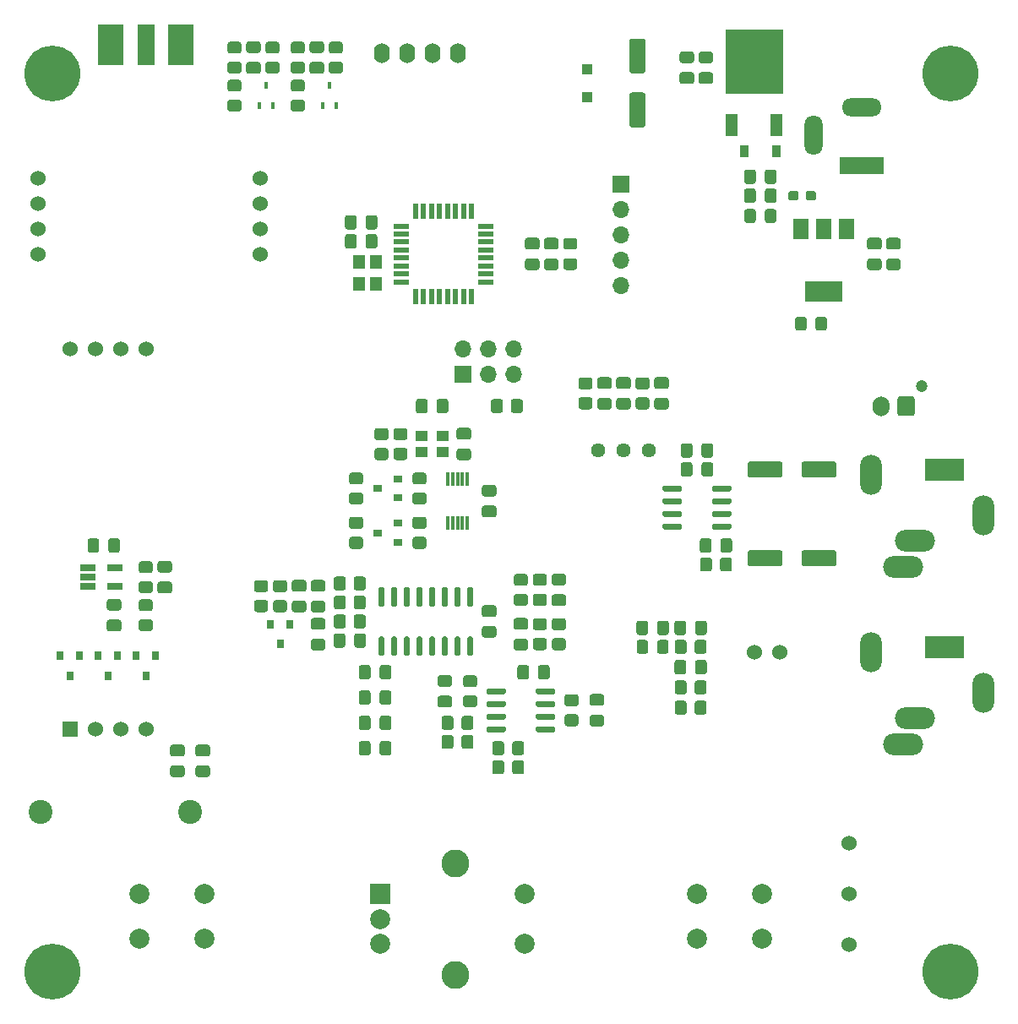
<source format=gbr>
%TF.GenerationSoftware,KiCad,Pcbnew,5.1.10*%
%TF.CreationDate,2021-06-16T16:49:43+02:00*%
%TF.ProjectId,uSDX,75534458-2e6b-4696-9361-645f70636258,rev?*%
%TF.SameCoordinates,Original*%
%TF.FileFunction,Soldermask,Top*%
%TF.FilePolarity,Negative*%
%FSLAX46Y46*%
G04 Gerber Fmt 4.6, Leading zero omitted, Abs format (unit mm)*
G04 Created by KiCad (PCBNEW 5.1.10) date 2021-06-16 16:49:43*
%MOMM*%
%LPD*%
G01*
G04 APERTURE LIST*
%ADD10C,1.524000*%
%ADD11C,2.400000*%
%ADD12R,1.524000X1.524000*%
%ADD13R,0.800000X0.900000*%
%ADD14C,5.600000*%
%ADD15O,2.200000X4.000000*%
%ADD16O,4.000000X2.200000*%
%ADD17R,4.000000X2.200000*%
%ADD18C,1.440000*%
%ADD19R,1.200000X1.400000*%
%ADD20O,1.600000X2.000000*%
%ADD21R,1.100000X1.100000*%
%ADD22R,0.900000X1.200000*%
%ADD23R,0.450000X0.700000*%
%ADD24O,1.800000X4.000000*%
%ADD25O,4.000000X1.800000*%
%ADD26R,4.400000X1.800000*%
%ADD27R,1.700000X1.700000*%
%ADD28O,1.700000X1.700000*%
%ADD29R,2.665000X4.190000*%
%ADD30R,1.780000X4.190000*%
%ADD31O,1.700000X2.000000*%
%ADD32C,1.200000*%
%ADD33R,0.900000X0.800000*%
%ADD34C,2.000000*%
%ADD35C,2.800000*%
%ADD36R,2.000000X2.000000*%
%ADD37R,1.200000X2.200000*%
%ADD38R,5.800000X6.400000*%
%ADD39R,3.800000X2.000000*%
%ADD40R,1.500000X2.000000*%
%ADD41R,1.600000X0.550000*%
%ADD42R,0.550000X1.600000*%
%ADD43R,1.560000X0.650000*%
%ADD44R,0.300000X1.400000*%
%ADD45R,1.300000X1.100000*%
G04 APERTURE END LIST*
%TO.C,L5*%
G36*
G01*
X129725000Y42995001D02*
X129725000Y42094999D01*
G75*
G02*
X129475001Y41845000I-249999J0D01*
G01*
X128824999Y41845000D01*
G75*
G02*
X128575000Y42094999I0J249999D01*
G01*
X128575000Y42995001D01*
G75*
G02*
X128824999Y43245000I249999J0D01*
G01*
X129475001Y43245000D01*
G75*
G02*
X129725000Y42995001I0J-249999D01*
G01*
G37*
G36*
G01*
X131775000Y42995001D02*
X131775000Y42094999D01*
G75*
G02*
X131525001Y41845000I-249999J0D01*
G01*
X130874999Y41845000D01*
G75*
G02*
X130625000Y42094999I0J249999D01*
G01*
X130625000Y42995001D01*
G75*
G02*
X130874999Y43245000I249999J0D01*
G01*
X131525001Y43245000D01*
G75*
G02*
X131775000Y42995001I0J-249999D01*
G01*
G37*
%TD*%
%TO.C,C12*%
G36*
G01*
X129725000Y44925000D02*
X129725000Y43975000D01*
G75*
G02*
X129475000Y43725000I-250000J0D01*
G01*
X128800000Y43725000D01*
G75*
G02*
X128550000Y43975000I0J250000D01*
G01*
X128550000Y44925000D01*
G75*
G02*
X128800000Y45175000I250000J0D01*
G01*
X129475000Y45175000D01*
G75*
G02*
X129725000Y44925000I0J-250000D01*
G01*
G37*
G36*
G01*
X131800000Y44925000D02*
X131800000Y43975000D01*
G75*
G02*
X131550000Y43725000I-250000J0D01*
G01*
X130875000Y43725000D01*
G75*
G02*
X130625000Y43975000I0J250000D01*
G01*
X130625000Y44925000D01*
G75*
G02*
X130875000Y45175000I250000J0D01*
G01*
X131550000Y45175000D01*
G75*
G02*
X131800000Y44925000I0J-250000D01*
G01*
G37*
%TD*%
D10*
%TO.C,SW2*%
X149860000Y22860000D03*
X149860000Y17780000D03*
X149860000Y12700000D03*
%TD*%
D11*
%TO.C,L4*%
X83820000Y26035000D03*
X68820000Y26035000D03*
%TD*%
D10*
%TO.C,U7*%
X74295000Y72390000D03*
X76835000Y72390000D03*
X79375000Y72390000D03*
X71755000Y72390000D03*
X79375000Y34290000D03*
X76835000Y34290000D03*
X74295000Y34290000D03*
D12*
X71755000Y34290000D03*
%TD*%
D13*
%TO.C,Q6*%
X71755000Y39640000D03*
X70805000Y41640000D03*
X72705000Y41640000D03*
%TD*%
%TO.C,Q5*%
X79375000Y39640000D03*
X78425000Y41640000D03*
X80325000Y41640000D03*
%TD*%
D14*
%TO.C,REF\u002A\u002A*%
X70000000Y100000000D03*
%TD*%
%TO.C,REF\u002A\u002A*%
X70000000Y10000000D03*
%TD*%
%TO.C,REF\u002A\u002A*%
X160000000Y10000000D03*
%TD*%
%TO.C,REF\u002A\u002A*%
X160000000Y100000000D03*
%TD*%
D15*
%TO.C,J6*%
X163285000Y55725000D03*
D16*
X155285000Y50525000D03*
X156485000Y53225000D03*
D15*
X152085000Y59825000D03*
D17*
X159385000Y60325000D03*
%TD*%
D15*
%TO.C,J5*%
X163285000Y37945000D03*
D16*
X155285000Y32745000D03*
X156485000Y35445000D03*
D15*
X152085000Y42045000D03*
D17*
X159385000Y42545000D03*
%TD*%
D18*
%TO.C,RV1*%
X124714000Y62230000D03*
X127254000Y62230000D03*
X129794000Y62230000D03*
%TD*%
D19*
%TO.C,Y1*%
X100750000Y78910000D03*
X100750000Y81110000D03*
X102450000Y81110000D03*
X102450000Y78910000D03*
%TD*%
D20*
%TO.C,Brd1*%
X110680000Y102040000D03*
X108140000Y102040000D03*
X103060000Y102040000D03*
X105600000Y102040000D03*
%TD*%
%TO.C,C1*%
G36*
G01*
X129201000Y94610000D02*
X128101000Y94610000D01*
G75*
G02*
X127851000Y94860000I0J250000D01*
G01*
X127851000Y97860000D01*
G75*
G02*
X128101000Y98110000I250000J0D01*
G01*
X129201000Y98110000D01*
G75*
G02*
X129451000Y97860000I0J-250000D01*
G01*
X129451000Y94860000D01*
G75*
G02*
X129201000Y94610000I-250000J0D01*
G01*
G37*
G36*
G01*
X129201000Y100010000D02*
X128101000Y100010000D01*
G75*
G02*
X127851000Y100260000I0J250000D01*
G01*
X127851000Y103260000D01*
G75*
G02*
X128101000Y103510000I250000J0D01*
G01*
X129201000Y103510000D01*
G75*
G02*
X129451000Y103260000I0J-250000D01*
G01*
X129451000Y100260000D01*
G75*
G02*
X129201000Y100010000I-250000J0D01*
G01*
G37*
%TD*%
%TO.C,C2*%
G36*
G01*
X133129000Y102209000D02*
X134079000Y102209000D01*
G75*
G02*
X134329000Y101959000I0J-250000D01*
G01*
X134329000Y101284000D01*
G75*
G02*
X134079000Y101034000I-250000J0D01*
G01*
X133129000Y101034000D01*
G75*
G02*
X132879000Y101284000I0J250000D01*
G01*
X132879000Y101959000D01*
G75*
G02*
X133129000Y102209000I250000J0D01*
G01*
G37*
G36*
G01*
X133129000Y100134000D02*
X134079000Y100134000D01*
G75*
G02*
X134329000Y99884000I0J-250000D01*
G01*
X134329000Y99209000D01*
G75*
G02*
X134079000Y98959000I-250000J0D01*
G01*
X133129000Y98959000D01*
G75*
G02*
X132879000Y99209000I0J250000D01*
G01*
X132879000Y99884000D01*
G75*
G02*
X133129000Y100134000I250000J0D01*
G01*
G37*
%TD*%
%TO.C,C3*%
G36*
G01*
X135034000Y100134000D02*
X135984000Y100134000D01*
G75*
G02*
X136234000Y99884000I0J-250000D01*
G01*
X136234000Y99209000D01*
G75*
G02*
X135984000Y98959000I-250000J0D01*
G01*
X135034000Y98959000D01*
G75*
G02*
X134784000Y99209000I0J250000D01*
G01*
X134784000Y99884000D01*
G75*
G02*
X135034000Y100134000I250000J0D01*
G01*
G37*
G36*
G01*
X135034000Y102209000D02*
X135984000Y102209000D01*
G75*
G02*
X136234000Y101959000I0J-250000D01*
G01*
X136234000Y101284000D01*
G75*
G02*
X135984000Y101034000I-250000J0D01*
G01*
X135034000Y101034000D01*
G75*
G02*
X134784000Y101284000I0J250000D01*
G01*
X134784000Y101959000D01*
G75*
G02*
X135034000Y102209000I250000J0D01*
G01*
G37*
%TD*%
%TO.C,C4*%
G36*
G01*
X141420000Y87282000D02*
X141420000Y88232000D01*
G75*
G02*
X141670000Y88482000I250000J0D01*
G01*
X142345000Y88482000D01*
G75*
G02*
X142595000Y88232000I0J-250000D01*
G01*
X142595000Y87282000D01*
G75*
G02*
X142345000Y87032000I-250000J0D01*
G01*
X141670000Y87032000D01*
G75*
G02*
X141420000Y87282000I0J250000D01*
G01*
G37*
G36*
G01*
X139345000Y87282000D02*
X139345000Y88232000D01*
G75*
G02*
X139595000Y88482000I250000J0D01*
G01*
X140270000Y88482000D01*
G75*
G02*
X140520000Y88232000I0J-250000D01*
G01*
X140520000Y87282000D01*
G75*
G02*
X140270000Y87032000I-250000J0D01*
G01*
X139595000Y87032000D01*
G75*
G02*
X139345000Y87282000I0J250000D01*
G01*
G37*
%TD*%
%TO.C,C5*%
G36*
G01*
X139345000Y89187000D02*
X139345000Y90137000D01*
G75*
G02*
X139595000Y90387000I250000J0D01*
G01*
X140270000Y90387000D01*
G75*
G02*
X140520000Y90137000I0J-250000D01*
G01*
X140520000Y89187000D01*
G75*
G02*
X140270000Y88937000I-250000J0D01*
G01*
X139595000Y88937000D01*
G75*
G02*
X139345000Y89187000I0J250000D01*
G01*
G37*
G36*
G01*
X141420000Y89187000D02*
X141420000Y90137000D01*
G75*
G02*
X141670000Y90387000I250000J0D01*
G01*
X142345000Y90387000D01*
G75*
G02*
X142595000Y90137000I0J-250000D01*
G01*
X142595000Y89187000D01*
G75*
G02*
X142345000Y88937000I-250000J0D01*
G01*
X141670000Y88937000D01*
G75*
G02*
X141420000Y89187000I0J250000D01*
G01*
G37*
%TD*%
%TO.C,C6*%
G36*
G01*
X153830000Y83540000D02*
X154780000Y83540000D01*
G75*
G02*
X155030000Y83290000I0J-250000D01*
G01*
X155030000Y82615000D01*
G75*
G02*
X154780000Y82365000I-250000J0D01*
G01*
X153830000Y82365000D01*
G75*
G02*
X153580000Y82615000I0J250000D01*
G01*
X153580000Y83290000D01*
G75*
G02*
X153830000Y83540000I250000J0D01*
G01*
G37*
G36*
G01*
X153830000Y81465000D02*
X154780000Y81465000D01*
G75*
G02*
X155030000Y81215000I0J-250000D01*
G01*
X155030000Y80540000D01*
G75*
G02*
X154780000Y80290000I-250000J0D01*
G01*
X153830000Y80290000D01*
G75*
G02*
X153580000Y80540000I0J250000D01*
G01*
X153580000Y81215000D01*
G75*
G02*
X153830000Y81465000I250000J0D01*
G01*
G37*
%TD*%
%TO.C,C7*%
G36*
G01*
X151925000Y83540000D02*
X152875000Y83540000D01*
G75*
G02*
X153125000Y83290000I0J-250000D01*
G01*
X153125000Y82615000D01*
G75*
G02*
X152875000Y82365000I-250000J0D01*
G01*
X151925000Y82365000D01*
G75*
G02*
X151675000Y82615000I0J250000D01*
G01*
X151675000Y83290000D01*
G75*
G02*
X151925000Y83540000I250000J0D01*
G01*
G37*
G36*
G01*
X151925000Y81465000D02*
X152875000Y81465000D01*
G75*
G02*
X153125000Y81215000I0J-250000D01*
G01*
X153125000Y80540000D01*
G75*
G02*
X152875000Y80290000I-250000J0D01*
G01*
X151925000Y80290000D01*
G75*
G02*
X151675000Y80540000I0J250000D01*
G01*
X151675000Y81215000D01*
G75*
G02*
X151925000Y81465000I250000J0D01*
G01*
G37*
%TD*%
%TO.C,C8*%
G36*
G01*
X99340000Y84615000D02*
X99340000Y85565000D01*
G75*
G02*
X99590000Y85815000I250000J0D01*
G01*
X100265000Y85815000D01*
G75*
G02*
X100515000Y85565000I0J-250000D01*
G01*
X100515000Y84615000D01*
G75*
G02*
X100265000Y84365000I-250000J0D01*
G01*
X99590000Y84365000D01*
G75*
G02*
X99340000Y84615000I0J250000D01*
G01*
G37*
G36*
G01*
X101415000Y84615000D02*
X101415000Y85565000D01*
G75*
G02*
X101665000Y85815000I250000J0D01*
G01*
X102340000Y85815000D01*
G75*
G02*
X102590000Y85565000I0J-250000D01*
G01*
X102590000Y84615000D01*
G75*
G02*
X102340000Y84365000I-250000J0D01*
G01*
X101665000Y84365000D01*
G75*
G02*
X101415000Y84615000I0J250000D01*
G01*
G37*
%TD*%
%TO.C,C9*%
G36*
G01*
X117635000Y83540000D02*
X118585000Y83540000D01*
G75*
G02*
X118835000Y83290000I0J-250000D01*
G01*
X118835000Y82615000D01*
G75*
G02*
X118585000Y82365000I-250000J0D01*
G01*
X117635000Y82365000D01*
G75*
G02*
X117385000Y82615000I0J250000D01*
G01*
X117385000Y83290000D01*
G75*
G02*
X117635000Y83540000I250000J0D01*
G01*
G37*
G36*
G01*
X117635000Y81465000D02*
X118585000Y81465000D01*
G75*
G02*
X118835000Y81215000I0J-250000D01*
G01*
X118835000Y80540000D01*
G75*
G02*
X118585000Y80290000I-250000J0D01*
G01*
X117635000Y80290000D01*
G75*
G02*
X117385000Y80540000I0J250000D01*
G01*
X117385000Y81215000D01*
G75*
G02*
X117635000Y81465000I250000J0D01*
G01*
G37*
%TD*%
%TO.C,C10*%
G36*
G01*
X101415000Y82710000D02*
X101415000Y83660000D01*
G75*
G02*
X101665000Y83910000I250000J0D01*
G01*
X102340000Y83910000D01*
G75*
G02*
X102590000Y83660000I0J-250000D01*
G01*
X102590000Y82710000D01*
G75*
G02*
X102340000Y82460000I-250000J0D01*
G01*
X101665000Y82460000D01*
G75*
G02*
X101415000Y82710000I0J250000D01*
G01*
G37*
G36*
G01*
X99340000Y82710000D02*
X99340000Y83660000D01*
G75*
G02*
X99590000Y83910000I250000J0D01*
G01*
X100265000Y83910000D01*
G75*
G02*
X100515000Y83660000I0J-250000D01*
G01*
X100515000Y82710000D01*
G75*
G02*
X100265000Y82460000I-250000J0D01*
G01*
X99590000Y82460000D01*
G75*
G02*
X99340000Y82710000I0J250000D01*
G01*
G37*
%TD*%
%TO.C,C11*%
G36*
G01*
X119540000Y81465000D02*
X120490000Y81465000D01*
G75*
G02*
X120740000Y81215000I0J-250000D01*
G01*
X120740000Y80540000D01*
G75*
G02*
X120490000Y80290000I-250000J0D01*
G01*
X119540000Y80290000D01*
G75*
G02*
X119290000Y80540000I0J250000D01*
G01*
X119290000Y81215000D01*
G75*
G02*
X119540000Y81465000I250000J0D01*
G01*
G37*
G36*
G01*
X119540000Y83540000D02*
X120490000Y83540000D01*
G75*
G02*
X120740000Y83290000I0J-250000D01*
G01*
X120740000Y82615000D01*
G75*
G02*
X120490000Y82365000I-250000J0D01*
G01*
X119540000Y82365000D01*
G75*
G02*
X119290000Y82615000I0J250000D01*
G01*
X119290000Y83290000D01*
G75*
G02*
X119540000Y83540000I250000J0D01*
G01*
G37*
%TD*%
%TO.C,C15*%
G36*
G01*
X119862000Y40480000D02*
X119862000Y39530000D01*
G75*
G02*
X119612000Y39280000I-250000J0D01*
G01*
X118937000Y39280000D01*
G75*
G02*
X118687000Y39530000I0J250000D01*
G01*
X118687000Y40480000D01*
G75*
G02*
X118937000Y40730000I250000J0D01*
G01*
X119612000Y40730000D01*
G75*
G02*
X119862000Y40480000I0J-250000D01*
G01*
G37*
G36*
G01*
X117787000Y40480000D02*
X117787000Y39530000D01*
G75*
G02*
X117537000Y39280000I-250000J0D01*
G01*
X116862000Y39280000D01*
G75*
G02*
X116612000Y39530000I0J250000D01*
G01*
X116612000Y40480000D01*
G75*
G02*
X116862000Y40730000I250000J0D01*
G01*
X117537000Y40730000D01*
G75*
G02*
X117787000Y40480000I0J-250000D01*
G01*
G37*
%TD*%
%TO.C,C16*%
G36*
G01*
X96172000Y45440000D02*
X97122000Y45440000D01*
G75*
G02*
X97372000Y45190000I0J-250000D01*
G01*
X97372000Y44515000D01*
G75*
G02*
X97122000Y44265000I-250000J0D01*
G01*
X96172000Y44265000D01*
G75*
G02*
X95922000Y44515000I0J250000D01*
G01*
X95922000Y45190000D01*
G75*
G02*
X96172000Y45440000I250000J0D01*
G01*
G37*
G36*
G01*
X96172000Y43365000D02*
X97122000Y43365000D01*
G75*
G02*
X97372000Y43115000I0J-250000D01*
G01*
X97372000Y42440000D01*
G75*
G02*
X97122000Y42190000I-250000J0D01*
G01*
X96172000Y42190000D01*
G75*
G02*
X95922000Y42440000I0J250000D01*
G01*
X95922000Y43115000D01*
G75*
G02*
X96172000Y43365000I250000J0D01*
G01*
G37*
%TD*%
%TO.C,C17*%
G36*
G01*
X95217000Y48075000D02*
X94267000Y48075000D01*
G75*
G02*
X94017000Y48325000I0J250000D01*
G01*
X94017000Y49000000D01*
G75*
G02*
X94267000Y49250000I250000J0D01*
G01*
X95217000Y49250000D01*
G75*
G02*
X95467000Y49000000I0J-250000D01*
G01*
X95467000Y48325000D01*
G75*
G02*
X95217000Y48075000I-250000J0D01*
G01*
G37*
G36*
G01*
X95217000Y46000000D02*
X94267000Y46000000D01*
G75*
G02*
X94017000Y46250000I0J250000D01*
G01*
X94017000Y46925000D01*
G75*
G02*
X94267000Y47175000I250000J0D01*
G01*
X95217000Y47175000D01*
G75*
G02*
X95467000Y46925000I0J-250000D01*
G01*
X95467000Y46250000D01*
G75*
G02*
X95217000Y46000000I-250000J0D01*
G01*
G37*
%TD*%
%TO.C,C18*%
G36*
G01*
X76787500Y53180000D02*
X76787500Y52230000D01*
G75*
G02*
X76537500Y51980000I-250000J0D01*
G01*
X75862500Y51980000D01*
G75*
G02*
X75612500Y52230000I0J250000D01*
G01*
X75612500Y53180000D01*
G75*
G02*
X75862500Y53430000I250000J0D01*
G01*
X76537500Y53430000D01*
G75*
G02*
X76787500Y53180000I0J-250000D01*
G01*
G37*
G36*
G01*
X74712500Y53180000D02*
X74712500Y52230000D01*
G75*
G02*
X74462500Y51980000I-250000J0D01*
G01*
X73787500Y51980000D01*
G75*
G02*
X73537500Y52230000I0J250000D01*
G01*
X73537500Y53180000D01*
G75*
G02*
X73787500Y53430000I250000J0D01*
G01*
X74462500Y53430000D01*
G75*
G02*
X74712500Y53180000I0J-250000D01*
G01*
G37*
%TD*%
%TO.C,C19*%
G36*
G01*
X99372000Y43655000D02*
X99372000Y42705000D01*
G75*
G02*
X99122000Y42455000I-250000J0D01*
G01*
X98447000Y42455000D01*
G75*
G02*
X98197000Y42705000I0J250000D01*
G01*
X98197000Y43655000D01*
G75*
G02*
X98447000Y43905000I250000J0D01*
G01*
X99122000Y43905000D01*
G75*
G02*
X99372000Y43655000I0J-250000D01*
G01*
G37*
G36*
G01*
X101447000Y43655000D02*
X101447000Y42705000D01*
G75*
G02*
X101197000Y42455000I-250000J0D01*
G01*
X100522000Y42455000D01*
G75*
G02*
X100272000Y42705000I0J250000D01*
G01*
X100272000Y43655000D01*
G75*
G02*
X100522000Y43905000I250000J0D01*
G01*
X101197000Y43905000D01*
G75*
G02*
X101447000Y43655000I0J-250000D01*
G01*
G37*
%TD*%
%TO.C,C20*%
G36*
G01*
X76675000Y44095000D02*
X75725000Y44095000D01*
G75*
G02*
X75475000Y44345000I0J250000D01*
G01*
X75475000Y45020000D01*
G75*
G02*
X75725000Y45270000I250000J0D01*
G01*
X76675000Y45270000D01*
G75*
G02*
X76925000Y45020000I0J-250000D01*
G01*
X76925000Y44345000D01*
G75*
G02*
X76675000Y44095000I-250000J0D01*
G01*
G37*
G36*
G01*
X76675000Y46170000D02*
X75725000Y46170000D01*
G75*
G02*
X75475000Y46420000I0J250000D01*
G01*
X75475000Y47095000D01*
G75*
G02*
X75725000Y47345000I250000J0D01*
G01*
X76675000Y47345000D01*
G75*
G02*
X76925000Y47095000I0J-250000D01*
G01*
X76925000Y46420000D01*
G75*
G02*
X76675000Y46170000I-250000J0D01*
G01*
G37*
%TD*%
%TO.C,C21*%
G36*
G01*
X97122000Y46000000D02*
X96172000Y46000000D01*
G75*
G02*
X95922000Y46250000I0J250000D01*
G01*
X95922000Y46925000D01*
G75*
G02*
X96172000Y47175000I250000J0D01*
G01*
X97122000Y47175000D01*
G75*
G02*
X97372000Y46925000I0J-250000D01*
G01*
X97372000Y46250000D01*
G75*
G02*
X97122000Y46000000I-250000J0D01*
G01*
G37*
G36*
G01*
X97122000Y48075000D02*
X96172000Y48075000D01*
G75*
G02*
X95922000Y48325000I0J250000D01*
G01*
X95922000Y49000000D01*
G75*
G02*
X96172000Y49250000I250000J0D01*
G01*
X97122000Y49250000D01*
G75*
G02*
X97372000Y49000000I0J-250000D01*
G01*
X97372000Y48325000D01*
G75*
G02*
X97122000Y48075000I-250000J0D01*
G01*
G37*
%TD*%
%TO.C,C22*%
G36*
G01*
X85565000Y31565000D02*
X84615000Y31565000D01*
G75*
G02*
X84365000Y31815000I0J250000D01*
G01*
X84365000Y32490000D01*
G75*
G02*
X84615000Y32740000I250000J0D01*
G01*
X85565000Y32740000D01*
G75*
G02*
X85815000Y32490000I0J-250000D01*
G01*
X85815000Y31815000D01*
G75*
G02*
X85565000Y31565000I-250000J0D01*
G01*
G37*
G36*
G01*
X85565000Y29490000D02*
X84615000Y29490000D01*
G75*
G02*
X84365000Y29740000I0J250000D01*
G01*
X84365000Y30415000D01*
G75*
G02*
X84615000Y30665000I250000J0D01*
G01*
X85565000Y30665000D01*
G75*
G02*
X85815000Y30415000I0J-250000D01*
G01*
X85815000Y29740000D01*
G75*
G02*
X85565000Y29490000I-250000J0D01*
G01*
G37*
%TD*%
%TO.C,C23*%
G36*
G01*
X81755000Y49980000D02*
X80805000Y49980000D01*
G75*
G02*
X80555000Y50230000I0J250000D01*
G01*
X80555000Y50905000D01*
G75*
G02*
X80805000Y51155000I250000J0D01*
G01*
X81755000Y51155000D01*
G75*
G02*
X82005000Y50905000I0J-250000D01*
G01*
X82005000Y50230000D01*
G75*
G02*
X81755000Y49980000I-250000J0D01*
G01*
G37*
G36*
G01*
X81755000Y47905000D02*
X80805000Y47905000D01*
G75*
G02*
X80555000Y48155000I0J250000D01*
G01*
X80555000Y48830000D01*
G75*
G02*
X80805000Y49080000I250000J0D01*
G01*
X81755000Y49080000D01*
G75*
G02*
X82005000Y48830000I0J-250000D01*
G01*
X82005000Y48155000D01*
G75*
G02*
X81755000Y47905000I-250000J0D01*
G01*
G37*
%TD*%
%TO.C,C24*%
G36*
G01*
X83025000Y29490000D02*
X82075000Y29490000D01*
G75*
G02*
X81825000Y29740000I0J250000D01*
G01*
X81825000Y30415000D01*
G75*
G02*
X82075000Y30665000I250000J0D01*
G01*
X83025000Y30665000D01*
G75*
G02*
X83275000Y30415000I0J-250000D01*
G01*
X83275000Y29740000D01*
G75*
G02*
X83025000Y29490000I-250000J0D01*
G01*
G37*
G36*
G01*
X83025000Y31565000D02*
X82075000Y31565000D01*
G75*
G02*
X81825000Y31815000I0J250000D01*
G01*
X81825000Y32490000D01*
G75*
G02*
X82075000Y32740000I250000J0D01*
G01*
X83025000Y32740000D01*
G75*
G02*
X83275000Y32490000I0J-250000D01*
G01*
X83275000Y31815000D01*
G75*
G02*
X83025000Y31565000I-250000J0D01*
G01*
G37*
%TD*%
%TO.C,C25*%
G36*
G01*
X113317000Y44635000D02*
X114267000Y44635000D01*
G75*
G02*
X114517000Y44385000I0J-250000D01*
G01*
X114517000Y43710000D01*
G75*
G02*
X114267000Y43460000I-250000J0D01*
G01*
X113317000Y43460000D01*
G75*
G02*
X113067000Y43710000I0J250000D01*
G01*
X113067000Y44385000D01*
G75*
G02*
X113317000Y44635000I250000J0D01*
G01*
G37*
G36*
G01*
X113317000Y46710000D02*
X114267000Y46710000D01*
G75*
G02*
X114517000Y46460000I0J-250000D01*
G01*
X114517000Y45785000D01*
G75*
G02*
X114267000Y45535000I-250000J0D01*
G01*
X113317000Y45535000D01*
G75*
G02*
X113067000Y45785000I0J250000D01*
G01*
X113067000Y46460000D01*
G75*
G02*
X113317000Y46710000I250000J0D01*
G01*
G37*
%TD*%
%TO.C,C26*%
G36*
G01*
X103987000Y32860000D02*
X103987000Y31910000D01*
G75*
G02*
X103737000Y31660000I-250000J0D01*
G01*
X103062000Y31660000D01*
G75*
G02*
X102812000Y31910000I0J250000D01*
G01*
X102812000Y32860000D01*
G75*
G02*
X103062000Y33110000I250000J0D01*
G01*
X103737000Y33110000D01*
G75*
G02*
X103987000Y32860000I0J-250000D01*
G01*
G37*
G36*
G01*
X101912000Y32860000D02*
X101912000Y31910000D01*
G75*
G02*
X101662000Y31660000I-250000J0D01*
G01*
X100987000Y31660000D01*
G75*
G02*
X100737000Y31910000I0J250000D01*
G01*
X100737000Y32860000D01*
G75*
G02*
X100987000Y33110000I250000J0D01*
G01*
X101662000Y33110000D01*
G75*
G02*
X101912000Y32860000I0J-250000D01*
G01*
G37*
%TD*%
%TO.C,C27*%
G36*
G01*
X101912000Y35400000D02*
X101912000Y34450000D01*
G75*
G02*
X101662000Y34200000I-250000J0D01*
G01*
X100987000Y34200000D01*
G75*
G02*
X100737000Y34450000I0J250000D01*
G01*
X100737000Y35400000D01*
G75*
G02*
X100987000Y35650000I250000J0D01*
G01*
X101662000Y35650000D01*
G75*
G02*
X101912000Y35400000I0J-250000D01*
G01*
G37*
G36*
G01*
X103987000Y35400000D02*
X103987000Y34450000D01*
G75*
G02*
X103737000Y34200000I-250000J0D01*
G01*
X103062000Y34200000D01*
G75*
G02*
X102812000Y34450000I0J250000D01*
G01*
X102812000Y35400000D01*
G75*
G02*
X103062000Y35650000I250000J0D01*
G01*
X103737000Y35650000D01*
G75*
G02*
X103987000Y35400000I0J-250000D01*
G01*
G37*
%TD*%
%TO.C,C28*%
G36*
G01*
X103987000Y37940000D02*
X103987000Y36990000D01*
G75*
G02*
X103737000Y36740000I-250000J0D01*
G01*
X103062000Y36740000D01*
G75*
G02*
X102812000Y36990000I0J250000D01*
G01*
X102812000Y37940000D01*
G75*
G02*
X103062000Y38190000I250000J0D01*
G01*
X103737000Y38190000D01*
G75*
G02*
X103987000Y37940000I0J-250000D01*
G01*
G37*
G36*
G01*
X101912000Y37940000D02*
X101912000Y36990000D01*
G75*
G02*
X101662000Y36740000I-250000J0D01*
G01*
X100987000Y36740000D01*
G75*
G02*
X100737000Y36990000I0J250000D01*
G01*
X100737000Y37940000D01*
G75*
G02*
X100987000Y38190000I250000J0D01*
G01*
X101662000Y38190000D01*
G75*
G02*
X101912000Y37940000I0J-250000D01*
G01*
G37*
%TD*%
%TO.C,C29*%
G36*
G01*
X101912000Y40480000D02*
X101912000Y39530000D01*
G75*
G02*
X101662000Y39280000I-250000J0D01*
G01*
X100987000Y39280000D01*
G75*
G02*
X100737000Y39530000I0J250000D01*
G01*
X100737000Y40480000D01*
G75*
G02*
X100987000Y40730000I250000J0D01*
G01*
X101662000Y40730000D01*
G75*
G02*
X101912000Y40480000I0J-250000D01*
G01*
G37*
G36*
G01*
X103987000Y40480000D02*
X103987000Y39530000D01*
G75*
G02*
X103737000Y39280000I-250000J0D01*
G01*
X103062000Y39280000D01*
G75*
G02*
X102812000Y39530000I0J250000D01*
G01*
X102812000Y40480000D01*
G75*
G02*
X103062000Y40730000I250000J0D01*
G01*
X103737000Y40730000D01*
G75*
G02*
X103987000Y40480000I0J-250000D01*
G01*
G37*
%TD*%
%TO.C,C30*%
G36*
G01*
X124112000Y37820000D02*
X125062000Y37820000D01*
G75*
G02*
X125312000Y37570000I0J-250000D01*
G01*
X125312000Y36895000D01*
G75*
G02*
X125062000Y36645000I-250000J0D01*
G01*
X124112000Y36645000D01*
G75*
G02*
X123862000Y36895000I0J250000D01*
G01*
X123862000Y37570000D01*
G75*
G02*
X124112000Y37820000I250000J0D01*
G01*
G37*
G36*
G01*
X124112000Y35745000D02*
X125062000Y35745000D01*
G75*
G02*
X125312000Y35495000I0J-250000D01*
G01*
X125312000Y34820000D01*
G75*
G02*
X125062000Y34570000I-250000J0D01*
G01*
X124112000Y34570000D01*
G75*
G02*
X123862000Y34820000I0J250000D01*
G01*
X123862000Y35495000D01*
G75*
G02*
X124112000Y35745000I250000J0D01*
G01*
G37*
%TD*%
%TO.C,C31*%
G36*
G01*
X108872000Y37650000D02*
X109822000Y37650000D01*
G75*
G02*
X110072000Y37400000I0J-250000D01*
G01*
X110072000Y36725000D01*
G75*
G02*
X109822000Y36475000I-250000J0D01*
G01*
X108872000Y36475000D01*
G75*
G02*
X108622000Y36725000I0J250000D01*
G01*
X108622000Y37400000D01*
G75*
G02*
X108872000Y37650000I250000J0D01*
G01*
G37*
G36*
G01*
X108872000Y39725000D02*
X109822000Y39725000D01*
G75*
G02*
X110072000Y39475000I0J-250000D01*
G01*
X110072000Y38800000D01*
G75*
G02*
X109822000Y38550000I-250000J0D01*
G01*
X108872000Y38550000D01*
G75*
G02*
X108622000Y38800000I0J250000D01*
G01*
X108622000Y39475000D01*
G75*
G02*
X108872000Y39725000I250000J0D01*
G01*
G37*
%TD*%
%TO.C,C32*%
G36*
G01*
X120302000Y47810000D02*
X121252000Y47810000D01*
G75*
G02*
X121502000Y47560000I0J-250000D01*
G01*
X121502000Y46885000D01*
G75*
G02*
X121252000Y46635000I-250000J0D01*
G01*
X120302000Y46635000D01*
G75*
G02*
X120052000Y46885000I0J250000D01*
G01*
X120052000Y47560000D01*
G75*
G02*
X120302000Y47810000I250000J0D01*
G01*
G37*
G36*
G01*
X120302000Y49885000D02*
X121252000Y49885000D01*
G75*
G02*
X121502000Y49635000I0J-250000D01*
G01*
X121502000Y48960000D01*
G75*
G02*
X121252000Y48710000I-250000J0D01*
G01*
X120302000Y48710000D01*
G75*
G02*
X120052000Y48960000I0J250000D01*
G01*
X120052000Y49635000D01*
G75*
G02*
X120302000Y49885000I250000J0D01*
G01*
G37*
%TD*%
%TO.C,C33*%
G36*
G01*
X117442000Y42190000D02*
X116492000Y42190000D01*
G75*
G02*
X116242000Y42440000I0J250000D01*
G01*
X116242000Y43115000D01*
G75*
G02*
X116492000Y43365000I250000J0D01*
G01*
X117442000Y43365000D01*
G75*
G02*
X117692000Y43115000I0J-250000D01*
G01*
X117692000Y42440000D01*
G75*
G02*
X117442000Y42190000I-250000J0D01*
G01*
G37*
G36*
G01*
X117442000Y44265000D02*
X116492000Y44265000D01*
G75*
G02*
X116242000Y44515000I0J250000D01*
G01*
X116242000Y45190000D01*
G75*
G02*
X116492000Y45440000I250000J0D01*
G01*
X117442000Y45440000D01*
G75*
G02*
X117692000Y45190000I0J-250000D01*
G01*
X117692000Y44515000D01*
G75*
G02*
X117442000Y44265000I-250000J0D01*
G01*
G37*
%TD*%
%TO.C,C34*%
G36*
G01*
X139695000Y59775000D02*
X139695000Y60875000D01*
G75*
G02*
X139945000Y61125000I250000J0D01*
G01*
X142945000Y61125000D01*
G75*
G02*
X143195000Y60875000I0J-250000D01*
G01*
X143195000Y59775000D01*
G75*
G02*
X142945000Y59525000I-250000J0D01*
G01*
X139945000Y59525000D01*
G75*
G02*
X139695000Y59775000I0J250000D01*
G01*
G37*
G36*
G01*
X145095000Y59775000D02*
X145095000Y60875000D01*
G75*
G02*
X145345000Y61125000I250000J0D01*
G01*
X148345000Y61125000D01*
G75*
G02*
X148595000Y60875000I0J-250000D01*
G01*
X148595000Y59775000D01*
G75*
G02*
X148345000Y59525000I-250000J0D01*
G01*
X145345000Y59525000D01*
G75*
G02*
X145095000Y59775000I0J250000D01*
G01*
G37*
%TD*%
%TO.C,C35*%
G36*
G01*
X134900000Y52230000D02*
X134900000Y53180000D01*
G75*
G02*
X135150000Y53430000I250000J0D01*
G01*
X135825000Y53430000D01*
G75*
G02*
X136075000Y53180000I0J-250000D01*
G01*
X136075000Y52230000D01*
G75*
G02*
X135825000Y51980000I-250000J0D01*
G01*
X135150000Y51980000D01*
G75*
G02*
X134900000Y52230000I0J250000D01*
G01*
G37*
G36*
G01*
X136975000Y52230000D02*
X136975000Y53180000D01*
G75*
G02*
X137225000Y53430000I250000J0D01*
G01*
X137900000Y53430000D01*
G75*
G02*
X138150000Y53180000I0J-250000D01*
G01*
X138150000Y52230000D01*
G75*
G02*
X137900000Y51980000I-250000J0D01*
G01*
X137225000Y51980000D01*
G75*
G02*
X136975000Y52230000I0J250000D01*
G01*
G37*
%TD*%
%TO.C,C36*%
G36*
G01*
X134435000Y43975000D02*
X134435000Y44925000D01*
G75*
G02*
X134685000Y45175000I250000J0D01*
G01*
X135360000Y45175000D01*
G75*
G02*
X135610000Y44925000I0J-250000D01*
G01*
X135610000Y43975000D01*
G75*
G02*
X135360000Y43725000I-250000J0D01*
G01*
X134685000Y43725000D01*
G75*
G02*
X134435000Y43975000I0J250000D01*
G01*
G37*
G36*
G01*
X132360000Y43975000D02*
X132360000Y44925000D01*
G75*
G02*
X132610000Y45175000I250000J0D01*
G01*
X133285000Y45175000D01*
G75*
G02*
X133535000Y44925000I0J-250000D01*
G01*
X133535000Y43975000D01*
G75*
G02*
X133285000Y43725000I-250000J0D01*
G01*
X132610000Y43725000D01*
G75*
G02*
X132360000Y43975000I0J250000D01*
G01*
G37*
%TD*%
%TO.C,C37*%
G36*
G01*
X135610000Y40988000D02*
X135610000Y40038000D01*
G75*
G02*
X135360000Y39788000I-250000J0D01*
G01*
X134685000Y39788000D01*
G75*
G02*
X134435000Y40038000I0J250000D01*
G01*
X134435000Y40988000D01*
G75*
G02*
X134685000Y41238000I250000J0D01*
G01*
X135360000Y41238000D01*
G75*
G02*
X135610000Y40988000I0J-250000D01*
G01*
G37*
G36*
G01*
X133535000Y40988000D02*
X133535000Y40038000D01*
G75*
G02*
X133285000Y39788000I-250000J0D01*
G01*
X132610000Y39788000D01*
G75*
G02*
X132360000Y40038000I0J250000D01*
G01*
X132360000Y40988000D01*
G75*
G02*
X132610000Y41238000I250000J0D01*
G01*
X133285000Y41238000D01*
G75*
G02*
X133535000Y40988000I0J-250000D01*
G01*
G37*
%TD*%
%TO.C,C38*%
G36*
G01*
X136245000Y62705000D02*
X136245000Y61755000D01*
G75*
G02*
X135995000Y61505000I-250000J0D01*
G01*
X135320000Y61505000D01*
G75*
G02*
X135070000Y61755000I0J250000D01*
G01*
X135070000Y62705000D01*
G75*
G02*
X135320000Y62955000I250000J0D01*
G01*
X135995000Y62955000D01*
G75*
G02*
X136245000Y62705000I0J-250000D01*
G01*
G37*
G36*
G01*
X134170000Y62705000D02*
X134170000Y61755000D01*
G75*
G02*
X133920000Y61505000I-250000J0D01*
G01*
X133245000Y61505000D01*
G75*
G02*
X132995000Y61755000I0J250000D01*
G01*
X132995000Y62705000D01*
G75*
G02*
X133245000Y62955000I250000J0D01*
G01*
X133920000Y62955000D01*
G75*
G02*
X134170000Y62705000I0J-250000D01*
G01*
G37*
%TD*%
%TO.C,C39*%
G36*
G01*
X134170000Y60800000D02*
X134170000Y59850000D01*
G75*
G02*
X133920000Y59600000I-250000J0D01*
G01*
X133245000Y59600000D01*
G75*
G02*
X132995000Y59850000I0J250000D01*
G01*
X132995000Y60800000D01*
G75*
G02*
X133245000Y61050000I250000J0D01*
G01*
X133920000Y61050000D01*
G75*
G02*
X134170000Y60800000I0J-250000D01*
G01*
G37*
G36*
G01*
X136245000Y60800000D02*
X136245000Y59850000D01*
G75*
G02*
X135995000Y59600000I-250000J0D01*
G01*
X135320000Y59600000D01*
G75*
G02*
X135070000Y59850000I0J250000D01*
G01*
X135070000Y60800000D01*
G75*
G02*
X135320000Y61050000I250000J0D01*
G01*
X135995000Y61050000D01*
G75*
G02*
X136245000Y60800000I0J-250000D01*
G01*
G37*
%TD*%
%TO.C,C40*%
G36*
G01*
X124874000Y67495000D02*
X125824000Y67495000D01*
G75*
G02*
X126074000Y67245000I0J-250000D01*
G01*
X126074000Y66570000D01*
G75*
G02*
X125824000Y66320000I-250000J0D01*
G01*
X124874000Y66320000D01*
G75*
G02*
X124624000Y66570000I0J250000D01*
G01*
X124624000Y67245000D01*
G75*
G02*
X124874000Y67495000I250000J0D01*
G01*
G37*
G36*
G01*
X124874000Y69570000D02*
X125824000Y69570000D01*
G75*
G02*
X126074000Y69320000I0J-250000D01*
G01*
X126074000Y68645000D01*
G75*
G02*
X125824000Y68395000I-250000J0D01*
G01*
X124874000Y68395000D01*
G75*
G02*
X124624000Y68645000I0J250000D01*
G01*
X124624000Y69320000D01*
G75*
G02*
X124874000Y69570000I250000J0D01*
G01*
G37*
%TD*%
%TO.C,C41*%
G36*
G01*
X126779000Y67495000D02*
X127729000Y67495000D01*
G75*
G02*
X127979000Y67245000I0J-250000D01*
G01*
X127979000Y66570000D01*
G75*
G02*
X127729000Y66320000I-250000J0D01*
G01*
X126779000Y66320000D01*
G75*
G02*
X126529000Y66570000I0J250000D01*
G01*
X126529000Y67245000D01*
G75*
G02*
X126779000Y67495000I250000J0D01*
G01*
G37*
G36*
G01*
X126779000Y69570000D02*
X127729000Y69570000D01*
G75*
G02*
X127979000Y69320000I0J-250000D01*
G01*
X127979000Y68645000D01*
G75*
G02*
X127729000Y68395000I-250000J0D01*
G01*
X126779000Y68395000D01*
G75*
G02*
X126529000Y68645000I0J250000D01*
G01*
X126529000Y69320000D01*
G75*
G02*
X126779000Y69570000I250000J0D01*
G01*
G37*
%TD*%
%TO.C,C42*%
G36*
G01*
X130589000Y67495000D02*
X131539000Y67495000D01*
G75*
G02*
X131789000Y67245000I0J-250000D01*
G01*
X131789000Y66570000D01*
G75*
G02*
X131539000Y66320000I-250000J0D01*
G01*
X130589000Y66320000D01*
G75*
G02*
X130339000Y66570000I0J250000D01*
G01*
X130339000Y67245000D01*
G75*
G02*
X130589000Y67495000I250000J0D01*
G01*
G37*
G36*
G01*
X130589000Y69570000D02*
X131539000Y69570000D01*
G75*
G02*
X131789000Y69320000I0J-250000D01*
G01*
X131789000Y68645000D01*
G75*
G02*
X131539000Y68395000I-250000J0D01*
G01*
X130589000Y68395000D01*
G75*
G02*
X130339000Y68645000I0J250000D01*
G01*
X130339000Y69320000D01*
G75*
G02*
X130589000Y69570000I250000J0D01*
G01*
G37*
%TD*%
%TO.C,C43*%
G36*
G01*
X107627000Y67150000D02*
X107627000Y66200000D01*
G75*
G02*
X107377000Y65950000I-250000J0D01*
G01*
X106702000Y65950000D01*
G75*
G02*
X106452000Y66200000I0J250000D01*
G01*
X106452000Y67150000D01*
G75*
G02*
X106702000Y67400000I250000J0D01*
G01*
X107377000Y67400000D01*
G75*
G02*
X107627000Y67150000I0J-250000D01*
G01*
G37*
G36*
G01*
X109702000Y67150000D02*
X109702000Y66200000D01*
G75*
G02*
X109452000Y65950000I-250000J0D01*
G01*
X108777000Y65950000D01*
G75*
G02*
X108527000Y66200000I0J250000D01*
G01*
X108527000Y67150000D01*
G75*
G02*
X108777000Y67400000I250000J0D01*
G01*
X109452000Y67400000D01*
G75*
G02*
X109702000Y67150000I0J-250000D01*
G01*
G37*
%TD*%
%TO.C,C44*%
G36*
G01*
X110777000Y64490000D02*
X111727000Y64490000D01*
G75*
G02*
X111977000Y64240000I0J-250000D01*
G01*
X111977000Y63565000D01*
G75*
G02*
X111727000Y63315000I-250000J0D01*
G01*
X110777000Y63315000D01*
G75*
G02*
X110527000Y63565000I0J250000D01*
G01*
X110527000Y64240000D01*
G75*
G02*
X110777000Y64490000I250000J0D01*
G01*
G37*
G36*
G01*
X110777000Y62415000D02*
X111727000Y62415000D01*
G75*
G02*
X111977000Y62165000I0J-250000D01*
G01*
X111977000Y61490000D01*
G75*
G02*
X111727000Y61240000I-250000J0D01*
G01*
X110777000Y61240000D01*
G75*
G02*
X110527000Y61490000I0J250000D01*
G01*
X110527000Y62165000D01*
G75*
G02*
X110777000Y62415000I250000J0D01*
G01*
G37*
%TD*%
%TO.C,C45*%
G36*
G01*
X114267000Y55525000D02*
X113317000Y55525000D01*
G75*
G02*
X113067000Y55775000I0J250000D01*
G01*
X113067000Y56450000D01*
G75*
G02*
X113317000Y56700000I250000J0D01*
G01*
X114267000Y56700000D01*
G75*
G02*
X114517000Y56450000I0J-250000D01*
G01*
X114517000Y55775000D01*
G75*
G02*
X114267000Y55525000I-250000J0D01*
G01*
G37*
G36*
G01*
X114267000Y57600000D02*
X113317000Y57600000D01*
G75*
G02*
X113067000Y57850000I0J250000D01*
G01*
X113067000Y58525000D01*
G75*
G02*
X113317000Y58775000I250000J0D01*
G01*
X114267000Y58775000D01*
G75*
G02*
X114517000Y58525000I0J-250000D01*
G01*
X114517000Y57850000D01*
G75*
G02*
X114267000Y57600000I-250000J0D01*
G01*
G37*
%TD*%
%TO.C,C46*%
G36*
G01*
X90645000Y102050000D02*
X89695000Y102050000D01*
G75*
G02*
X89445000Y102300000I0J250000D01*
G01*
X89445000Y102975000D01*
G75*
G02*
X89695000Y103225000I250000J0D01*
G01*
X90645000Y103225000D01*
G75*
G02*
X90895000Y102975000I0J-250000D01*
G01*
X90895000Y102300000D01*
G75*
G02*
X90645000Y102050000I-250000J0D01*
G01*
G37*
G36*
G01*
X90645000Y99975000D02*
X89695000Y99975000D01*
G75*
G02*
X89445000Y100225000I0J250000D01*
G01*
X89445000Y100900000D01*
G75*
G02*
X89695000Y101150000I250000J0D01*
G01*
X90645000Y101150000D01*
G75*
G02*
X90895000Y100900000I0J-250000D01*
G01*
X90895000Y100225000D01*
G75*
G02*
X90645000Y99975000I-250000J0D01*
G01*
G37*
%TD*%
%TO.C,C47*%
G36*
G01*
X96995000Y99975000D02*
X96045000Y99975000D01*
G75*
G02*
X95795000Y100225000I0J250000D01*
G01*
X95795000Y100900000D01*
G75*
G02*
X96045000Y101150000I250000J0D01*
G01*
X96995000Y101150000D01*
G75*
G02*
X97245000Y100900000I0J-250000D01*
G01*
X97245000Y100225000D01*
G75*
G02*
X96995000Y99975000I-250000J0D01*
G01*
G37*
G36*
G01*
X96995000Y102050000D02*
X96045000Y102050000D01*
G75*
G02*
X95795000Y102300000I0J250000D01*
G01*
X95795000Y102975000D01*
G75*
G02*
X96045000Y103225000I250000J0D01*
G01*
X96995000Y103225000D01*
G75*
G02*
X97245000Y102975000I0J-250000D01*
G01*
X97245000Y102300000D01*
G75*
G02*
X96995000Y102050000I-250000J0D01*
G01*
G37*
%TD*%
%TO.C,C48*%
G36*
G01*
X145095000Y50885000D02*
X145095000Y51985000D01*
G75*
G02*
X145345000Y52235000I250000J0D01*
G01*
X148345000Y52235000D01*
G75*
G02*
X148595000Y51985000I0J-250000D01*
G01*
X148595000Y50885000D01*
G75*
G02*
X148345000Y50635000I-250000J0D01*
G01*
X145345000Y50635000D01*
G75*
G02*
X145095000Y50885000I0J250000D01*
G01*
G37*
G36*
G01*
X139695000Y50885000D02*
X139695000Y51985000D01*
G75*
G02*
X139945000Y52235000I250000J0D01*
G01*
X142945000Y52235000D01*
G75*
G02*
X143195000Y51985000I0J-250000D01*
G01*
X143195000Y50885000D01*
G75*
G02*
X142945000Y50635000I-250000J0D01*
G01*
X139945000Y50635000D01*
G75*
G02*
X139695000Y50885000I0J250000D01*
G01*
G37*
%TD*%
D21*
%TO.C,D1*%
X123571000Y97660000D03*
X123571000Y100460000D03*
%TD*%
D22*
%TO.C,D2*%
X142620000Y92202000D03*
X139320000Y92202000D03*
%TD*%
D23*
%TO.C,D3*%
X91440000Y98790000D03*
X92090000Y96790000D03*
X90790000Y96790000D03*
%TD*%
%TO.C,D4*%
X97140000Y96790000D03*
X98440000Y96790000D03*
X97790000Y98790000D03*
%TD*%
%TO.C,F1*%
G36*
G01*
X143761000Y87519500D02*
X143761000Y87994500D01*
G75*
G02*
X143998500Y88232000I237500J0D01*
G01*
X144573500Y88232000D01*
G75*
G02*
X144811000Y87994500I0J-237500D01*
G01*
X144811000Y87519500D01*
G75*
G02*
X144573500Y87282000I-237500J0D01*
G01*
X143998500Y87282000D01*
G75*
G02*
X143761000Y87519500I0J237500D01*
G01*
G37*
G36*
G01*
X145511000Y87519500D02*
X145511000Y87994500D01*
G75*
G02*
X145748500Y88232000I237500J0D01*
G01*
X146323500Y88232000D01*
G75*
G02*
X146561000Y87994500I0J-237500D01*
G01*
X146561000Y87519500D01*
G75*
G02*
X146323500Y87282000I-237500J0D01*
G01*
X145748500Y87282000D01*
G75*
G02*
X145511000Y87519500I0J237500D01*
G01*
G37*
%TD*%
D24*
%TO.C,J1*%
X146330000Y93805000D03*
D25*
X151130000Y96605000D03*
D26*
X151130000Y90805000D03*
%TD*%
D27*
%TO.C,J2*%
X127000000Y88900000D03*
D28*
X127000000Y86360000D03*
X127000000Y83820000D03*
X127000000Y81280000D03*
X127000000Y78740000D03*
%TD*%
D27*
%TO.C,J3*%
X111125000Y69850000D03*
D28*
X111125000Y72390000D03*
X113665000Y69850000D03*
X113665000Y72390000D03*
X116205000Y69850000D03*
X116205000Y72390000D03*
%TD*%
D29*
%TO.C,J4*%
X82867500Y102870000D03*
D30*
X79375000Y102870000D03*
D29*
X75882500Y102870000D03*
%TD*%
%TO.C,L1*%
G36*
G01*
X142570000Y86175001D02*
X142570000Y85274999D01*
G75*
G02*
X142320001Y85025000I-249999J0D01*
G01*
X141669999Y85025000D01*
G75*
G02*
X141420000Y85274999I0J249999D01*
G01*
X141420000Y86175001D01*
G75*
G02*
X141669999Y86425000I249999J0D01*
G01*
X142320001Y86425000D01*
G75*
G02*
X142570000Y86175001I0J-249999D01*
G01*
G37*
G36*
G01*
X140520000Y86175001D02*
X140520000Y85274999D01*
G75*
G02*
X140270001Y85025000I-249999J0D01*
G01*
X139619999Y85025000D01*
G75*
G02*
X139370000Y85274999I0J249999D01*
G01*
X139370000Y86175001D01*
G75*
G02*
X139619999Y86425000I249999J0D01*
G01*
X140270001Y86425000D01*
G75*
G02*
X140520000Y86175001I0J-249999D01*
G01*
G37*
%TD*%
%TO.C,L2*%
G36*
G01*
X147650000Y75380001D02*
X147650000Y74479999D01*
G75*
G02*
X147400001Y74230000I-249999J0D01*
G01*
X146749999Y74230000D01*
G75*
G02*
X146500000Y74479999I0J249999D01*
G01*
X146500000Y75380001D01*
G75*
G02*
X146749999Y75630000I249999J0D01*
G01*
X147400001Y75630000D01*
G75*
G02*
X147650000Y75380001I0J-249999D01*
G01*
G37*
G36*
G01*
X145600000Y75380001D02*
X145600000Y74479999D01*
G75*
G02*
X145350001Y74230000I-249999J0D01*
G01*
X144699999Y74230000D01*
G75*
G02*
X144450000Y74479999I0J249999D01*
G01*
X144450000Y75380001D01*
G75*
G02*
X144699999Y75630000I249999J0D01*
G01*
X145350001Y75630000D01*
G75*
G02*
X145600000Y75380001I0J-249999D01*
G01*
G37*
%TD*%
%TO.C,L3*%
G36*
G01*
X122370001Y82365000D02*
X121469999Y82365000D01*
G75*
G02*
X121220000Y82614999I0J249999D01*
G01*
X121220000Y83265001D01*
G75*
G02*
X121469999Y83515000I249999J0D01*
G01*
X122370001Y83515000D01*
G75*
G02*
X122620000Y83265001I0J-249999D01*
G01*
X122620000Y82614999D01*
G75*
G02*
X122370001Y82365000I-249999J0D01*
G01*
G37*
G36*
G01*
X122370001Y80315000D02*
X121469999Y80315000D01*
G75*
G02*
X121220000Y80564999I0J249999D01*
G01*
X121220000Y81215001D01*
G75*
G02*
X121469999Y81465000I249999J0D01*
G01*
X122370001Y81465000D01*
G75*
G02*
X122620000Y81215001I0J-249999D01*
G01*
X122620000Y80564999D01*
G75*
G02*
X122370001Y80315000I-249999J0D01*
G01*
G37*
%TD*%
%TO.C,LS1*%
G36*
G01*
X156425000Y67425000D02*
X156425000Y65925000D01*
G75*
G02*
X156175000Y65675000I-250000J0D01*
G01*
X154975000Y65675000D01*
G75*
G02*
X154725000Y65925000I0J250000D01*
G01*
X154725000Y67425000D01*
G75*
G02*
X154975000Y67675000I250000J0D01*
G01*
X156175000Y67675000D01*
G75*
G02*
X156425000Y67425000I0J-250000D01*
G01*
G37*
D31*
X153075000Y66675000D03*
D32*
X157175000Y68675000D03*
%TD*%
D10*
%TO.C,MK1*%
X140335000Y42037000D03*
X142875000Y42037000D03*
%TD*%
D13*
%TO.C,Q1*%
X93787000Y44815000D03*
X91887000Y44815000D03*
X92837000Y42815000D03*
%TD*%
%TO.C,Q2*%
X76515000Y41640000D03*
X74615000Y41640000D03*
X75565000Y39640000D03*
%TD*%
D33*
%TO.C,Q3*%
X104632000Y57470000D03*
X104632000Y59370000D03*
X102632000Y58420000D03*
%TD*%
%TO.C,Q4*%
X102632000Y53975000D03*
X104632000Y54925000D03*
X104632000Y53025000D03*
%TD*%
%TO.C,R1*%
G36*
G01*
X113970000Y66224999D02*
X113970000Y67125001D01*
G75*
G02*
X114219999Y67375000I249999J0D01*
G01*
X114920001Y67375000D01*
G75*
G02*
X115170000Y67125001I0J-249999D01*
G01*
X115170000Y66224999D01*
G75*
G02*
X114920001Y65975000I-249999J0D01*
G01*
X114219999Y65975000D01*
G75*
G02*
X113970000Y66224999I0J249999D01*
G01*
G37*
G36*
G01*
X115970000Y66224999D02*
X115970000Y67125001D01*
G75*
G02*
X116219999Y67375000I249999J0D01*
G01*
X116920001Y67375000D01*
G75*
G02*
X117170000Y67125001I0J-249999D01*
G01*
X117170000Y66224999D01*
G75*
G02*
X116920001Y65975000I-249999J0D01*
G01*
X116219999Y65975000D01*
G75*
G02*
X115970000Y66224999I0J249999D01*
G01*
G37*
%TD*%
%TO.C,R2*%
G36*
G01*
X93287001Y46025000D02*
X92386999Y46025000D01*
G75*
G02*
X92137000Y46274999I0J249999D01*
G01*
X92137000Y46975001D01*
G75*
G02*
X92386999Y47225000I249999J0D01*
G01*
X93287001Y47225000D01*
G75*
G02*
X93537000Y46975001I0J-249999D01*
G01*
X93537000Y46274999D01*
G75*
G02*
X93287001Y46025000I-249999J0D01*
G01*
G37*
G36*
G01*
X93287001Y48025000D02*
X92386999Y48025000D01*
G75*
G02*
X92137000Y48274999I0J249999D01*
G01*
X92137000Y48975001D01*
G75*
G02*
X92386999Y49225000I249999J0D01*
G01*
X93287001Y49225000D01*
G75*
G02*
X93537000Y48975001I0J-249999D01*
G01*
X93537000Y48274999D01*
G75*
G02*
X93287001Y48025000I-249999J0D01*
G01*
G37*
%TD*%
%TO.C,R3*%
G36*
G01*
X90481999Y47225000D02*
X91382001Y47225000D01*
G75*
G02*
X91632000Y46975001I0J-249999D01*
G01*
X91632000Y46274999D01*
G75*
G02*
X91382001Y46025000I-249999J0D01*
G01*
X90481999Y46025000D01*
G75*
G02*
X90232000Y46274999I0J249999D01*
G01*
X90232000Y46975001D01*
G75*
G02*
X90481999Y47225000I249999J0D01*
G01*
G37*
G36*
G01*
X90481999Y49225000D02*
X91382001Y49225000D01*
G75*
G02*
X91632000Y48975001I0J-249999D01*
G01*
X91632000Y48274999D01*
G75*
G02*
X91382001Y48025000I-249999J0D01*
G01*
X90481999Y48025000D01*
G75*
G02*
X90232000Y48274999I0J249999D01*
G01*
X90232000Y48975001D01*
G75*
G02*
X90481999Y49225000I249999J0D01*
G01*
G37*
%TD*%
%TO.C,R4*%
G36*
G01*
X79825001Y49930000D02*
X78924999Y49930000D01*
G75*
G02*
X78675000Y50179999I0J249999D01*
G01*
X78675000Y50880001D01*
G75*
G02*
X78924999Y51130000I249999J0D01*
G01*
X79825001Y51130000D01*
G75*
G02*
X80075000Y50880001I0J-249999D01*
G01*
X80075000Y50179999D01*
G75*
G02*
X79825001Y49930000I-249999J0D01*
G01*
G37*
G36*
G01*
X79825001Y47930000D02*
X78924999Y47930000D01*
G75*
G02*
X78675000Y48179999I0J249999D01*
G01*
X78675000Y48880001D01*
G75*
G02*
X78924999Y49130000I249999J0D01*
G01*
X79825001Y49130000D01*
G75*
G02*
X80075000Y48880001I0J-249999D01*
G01*
X80075000Y48179999D01*
G75*
G02*
X79825001Y47930000I-249999J0D01*
G01*
G37*
%TD*%
%TO.C,R5*%
G36*
G01*
X99422000Y45535001D02*
X99422000Y44634999D01*
G75*
G02*
X99172001Y44385000I-249999J0D01*
G01*
X98471999Y44385000D01*
G75*
G02*
X98222000Y44634999I0J249999D01*
G01*
X98222000Y45535001D01*
G75*
G02*
X98471999Y45785000I249999J0D01*
G01*
X99172001Y45785000D01*
G75*
G02*
X99422000Y45535001I0J-249999D01*
G01*
G37*
G36*
G01*
X101422000Y45535001D02*
X101422000Y44634999D01*
G75*
G02*
X101172001Y44385000I-249999J0D01*
G01*
X100471999Y44385000D01*
G75*
G02*
X100222000Y44634999I0J249999D01*
G01*
X100222000Y45535001D01*
G75*
G02*
X100471999Y45785000I249999J0D01*
G01*
X101172001Y45785000D01*
G75*
G02*
X101422000Y45535001I0J-249999D01*
G01*
G37*
%TD*%
%TO.C,R6*%
G36*
G01*
X79825001Y46120000D02*
X78924999Y46120000D01*
G75*
G02*
X78675000Y46369999I0J249999D01*
G01*
X78675000Y47070001D01*
G75*
G02*
X78924999Y47320000I249999J0D01*
G01*
X79825001Y47320000D01*
G75*
G02*
X80075000Y47070001I0J-249999D01*
G01*
X80075000Y46369999D01*
G75*
G02*
X79825001Y46120000I-249999J0D01*
G01*
G37*
G36*
G01*
X79825001Y44120000D02*
X78924999Y44120000D01*
G75*
G02*
X78675000Y44369999I0J249999D01*
G01*
X78675000Y45070001D01*
G75*
G02*
X78924999Y45320000I249999J0D01*
G01*
X79825001Y45320000D01*
G75*
G02*
X80075000Y45070001I0J-249999D01*
G01*
X80075000Y44369999D01*
G75*
G02*
X79825001Y44120000I-249999J0D01*
G01*
G37*
%TD*%
%TO.C,R7*%
G36*
G01*
X99422000Y47440001D02*
X99422000Y46539999D01*
G75*
G02*
X99172001Y46290000I-249999J0D01*
G01*
X98471999Y46290000D01*
G75*
G02*
X98222000Y46539999I0J249999D01*
G01*
X98222000Y47440001D01*
G75*
G02*
X98471999Y47690000I249999J0D01*
G01*
X99172001Y47690000D01*
G75*
G02*
X99422000Y47440001I0J-249999D01*
G01*
G37*
G36*
G01*
X101422000Y47440001D02*
X101422000Y46539999D01*
G75*
G02*
X101172001Y46290000I-249999J0D01*
G01*
X100471999Y46290000D01*
G75*
G02*
X100222000Y46539999I0J249999D01*
G01*
X100222000Y47440001D01*
G75*
G02*
X100471999Y47690000I249999J0D01*
G01*
X101172001Y47690000D01*
G75*
G02*
X101422000Y47440001I0J-249999D01*
G01*
G37*
%TD*%
%TO.C,R8*%
G36*
G01*
X98222000Y48444999D02*
X98222000Y49345001D01*
G75*
G02*
X98471999Y49595000I249999J0D01*
G01*
X99172001Y49595000D01*
G75*
G02*
X99422000Y49345001I0J-249999D01*
G01*
X99422000Y48444999D01*
G75*
G02*
X99172001Y48195000I-249999J0D01*
G01*
X98471999Y48195000D01*
G75*
G02*
X98222000Y48444999I0J249999D01*
G01*
G37*
G36*
G01*
X100222000Y48444999D02*
X100222000Y49345001D01*
G75*
G02*
X100471999Y49595000I249999J0D01*
G01*
X101172001Y49595000D01*
G75*
G02*
X101422000Y49345001I0J-249999D01*
G01*
X101422000Y48444999D01*
G75*
G02*
X101172001Y48195000I-249999J0D01*
G01*
X100471999Y48195000D01*
G75*
G02*
X100222000Y48444999I0J249999D01*
G01*
G37*
%TD*%
%TO.C,R9*%
G36*
G01*
X117297000Y30930001D02*
X117297000Y30029999D01*
G75*
G02*
X117047001Y29780000I-249999J0D01*
G01*
X116346999Y29780000D01*
G75*
G02*
X116097000Y30029999I0J249999D01*
G01*
X116097000Y30930001D01*
G75*
G02*
X116346999Y31180000I249999J0D01*
G01*
X117047001Y31180000D01*
G75*
G02*
X117297000Y30930001I0J-249999D01*
G01*
G37*
G36*
G01*
X115297000Y30930001D02*
X115297000Y30029999D01*
G75*
G02*
X115047001Y29780000I-249999J0D01*
G01*
X114346999Y29780000D01*
G75*
G02*
X114097000Y30029999I0J249999D01*
G01*
X114097000Y30930001D01*
G75*
G02*
X114346999Y31180000I249999J0D01*
G01*
X115047001Y31180000D01*
G75*
G02*
X115297000Y30930001I0J-249999D01*
G01*
G37*
%TD*%
%TO.C,R10*%
G36*
G01*
X115297000Y32835001D02*
X115297000Y31934999D01*
G75*
G02*
X115047001Y31685000I-249999J0D01*
G01*
X114346999Y31685000D01*
G75*
G02*
X114097000Y31934999I0J249999D01*
G01*
X114097000Y32835001D01*
G75*
G02*
X114346999Y33085000I249999J0D01*
G01*
X115047001Y33085000D01*
G75*
G02*
X115297000Y32835001I0J-249999D01*
G01*
G37*
G36*
G01*
X117297000Y32835001D02*
X117297000Y31934999D01*
G75*
G02*
X117047001Y31685000I-249999J0D01*
G01*
X116346999Y31685000D01*
G75*
G02*
X116097000Y31934999I0J249999D01*
G01*
X116097000Y32835001D01*
G75*
G02*
X116346999Y33085000I249999J0D01*
G01*
X117047001Y33085000D01*
G75*
G02*
X117297000Y32835001I0J-249999D01*
G01*
G37*
%TD*%
%TO.C,R11*%
G36*
G01*
X112217000Y33470001D02*
X112217000Y32569999D01*
G75*
G02*
X111967001Y32320000I-249999J0D01*
G01*
X111266999Y32320000D01*
G75*
G02*
X111017000Y32569999I0J249999D01*
G01*
X111017000Y33470001D01*
G75*
G02*
X111266999Y33720000I249999J0D01*
G01*
X111967001Y33720000D01*
G75*
G02*
X112217000Y33470001I0J-249999D01*
G01*
G37*
G36*
G01*
X110217000Y33470001D02*
X110217000Y32569999D01*
G75*
G02*
X109967001Y32320000I-249999J0D01*
G01*
X109266999Y32320000D01*
G75*
G02*
X109017000Y32569999I0J249999D01*
G01*
X109017000Y33470001D01*
G75*
G02*
X109266999Y33720000I249999J0D01*
G01*
X109967001Y33720000D01*
G75*
G02*
X110217000Y33470001I0J-249999D01*
G01*
G37*
%TD*%
%TO.C,R12*%
G36*
G01*
X110217000Y35375001D02*
X110217000Y34474999D01*
G75*
G02*
X109967001Y34225000I-249999J0D01*
G01*
X109266999Y34225000D01*
G75*
G02*
X109017000Y34474999I0J249999D01*
G01*
X109017000Y35375001D01*
G75*
G02*
X109266999Y35625000I249999J0D01*
G01*
X109967001Y35625000D01*
G75*
G02*
X110217000Y35375001I0J-249999D01*
G01*
G37*
G36*
G01*
X112217000Y35375001D02*
X112217000Y34474999D01*
G75*
G02*
X111967001Y34225000I-249999J0D01*
G01*
X111266999Y34225000D01*
G75*
G02*
X111017000Y34474999I0J249999D01*
G01*
X111017000Y35375001D01*
G75*
G02*
X111266999Y35625000I249999J0D01*
G01*
X111967001Y35625000D01*
G75*
G02*
X112217000Y35375001I0J-249999D01*
G01*
G37*
%TD*%
%TO.C,R13*%
G36*
G01*
X121596999Y35795000D02*
X122497001Y35795000D01*
G75*
G02*
X122747000Y35545001I0J-249999D01*
G01*
X122747000Y34844999D01*
G75*
G02*
X122497001Y34595000I-249999J0D01*
G01*
X121596999Y34595000D01*
G75*
G02*
X121347000Y34844999I0J249999D01*
G01*
X121347000Y35545001D01*
G75*
G02*
X121596999Y35795000I249999J0D01*
G01*
G37*
G36*
G01*
X121596999Y37795000D02*
X122497001Y37795000D01*
G75*
G02*
X122747000Y37545001I0J-249999D01*
G01*
X122747000Y36844999D01*
G75*
G02*
X122497001Y36595000I-249999J0D01*
G01*
X121596999Y36595000D01*
G75*
G02*
X121347000Y36844999I0J249999D01*
G01*
X121347000Y37545001D01*
G75*
G02*
X121596999Y37795000I249999J0D01*
G01*
G37*
%TD*%
%TO.C,R14*%
G36*
G01*
X111436999Y39700000D02*
X112337001Y39700000D01*
G75*
G02*
X112587000Y39450001I0J-249999D01*
G01*
X112587000Y38749999D01*
G75*
G02*
X112337001Y38500000I-249999J0D01*
G01*
X111436999Y38500000D01*
G75*
G02*
X111187000Y38749999I0J249999D01*
G01*
X111187000Y39450001D01*
G75*
G02*
X111436999Y39700000I249999J0D01*
G01*
G37*
G36*
G01*
X111436999Y37700000D02*
X112337001Y37700000D01*
G75*
G02*
X112587000Y37450001I0J-249999D01*
G01*
X112587000Y36749999D01*
G75*
G02*
X112337001Y36500000I-249999J0D01*
G01*
X111436999Y36500000D01*
G75*
G02*
X111187000Y36749999I0J249999D01*
G01*
X111187000Y37450001D01*
G75*
G02*
X111436999Y37700000I249999J0D01*
G01*
G37*
%TD*%
%TO.C,R15*%
G36*
G01*
X118421999Y47860000D02*
X119322001Y47860000D01*
G75*
G02*
X119572000Y47610001I0J-249999D01*
G01*
X119572000Y46909999D01*
G75*
G02*
X119322001Y46660000I-249999J0D01*
G01*
X118421999Y46660000D01*
G75*
G02*
X118172000Y46909999I0J249999D01*
G01*
X118172000Y47610001D01*
G75*
G02*
X118421999Y47860000I249999J0D01*
G01*
G37*
G36*
G01*
X118421999Y49860000D02*
X119322001Y49860000D01*
G75*
G02*
X119572000Y49610001I0J-249999D01*
G01*
X119572000Y48909999D01*
G75*
G02*
X119322001Y48660000I-249999J0D01*
G01*
X118421999Y48660000D01*
G75*
G02*
X118172000Y48909999I0J249999D01*
G01*
X118172000Y49610001D01*
G75*
G02*
X118421999Y49860000I249999J0D01*
G01*
G37*
%TD*%
%TO.C,R16*%
G36*
G01*
X117417001Y46660000D02*
X116516999Y46660000D01*
G75*
G02*
X116267000Y46909999I0J249999D01*
G01*
X116267000Y47610001D01*
G75*
G02*
X116516999Y47860000I249999J0D01*
G01*
X117417001Y47860000D01*
G75*
G02*
X117667000Y47610001I0J-249999D01*
G01*
X117667000Y46909999D01*
G75*
G02*
X117417001Y46660000I-249999J0D01*
G01*
G37*
G36*
G01*
X117417001Y48660000D02*
X116516999Y48660000D01*
G75*
G02*
X116267000Y48909999I0J249999D01*
G01*
X116267000Y49610001D01*
G75*
G02*
X116516999Y49860000I249999J0D01*
G01*
X117417001Y49860000D01*
G75*
G02*
X117667000Y49610001I0J-249999D01*
G01*
X117667000Y48909999D01*
G75*
G02*
X117417001Y48660000I-249999J0D01*
G01*
G37*
%TD*%
%TO.C,R17*%
G36*
G01*
X119322001Y42215000D02*
X118421999Y42215000D01*
G75*
G02*
X118172000Y42464999I0J249999D01*
G01*
X118172000Y43165001D01*
G75*
G02*
X118421999Y43415000I249999J0D01*
G01*
X119322001Y43415000D01*
G75*
G02*
X119572000Y43165001I0J-249999D01*
G01*
X119572000Y42464999D01*
G75*
G02*
X119322001Y42215000I-249999J0D01*
G01*
G37*
G36*
G01*
X119322001Y44215000D02*
X118421999Y44215000D01*
G75*
G02*
X118172000Y44464999I0J249999D01*
G01*
X118172000Y45165001D01*
G75*
G02*
X118421999Y45415000I249999J0D01*
G01*
X119322001Y45415000D01*
G75*
G02*
X119572000Y45165001I0J-249999D01*
G01*
X119572000Y44464999D01*
G75*
G02*
X119322001Y44215000I-249999J0D01*
G01*
G37*
%TD*%
%TO.C,R18*%
G36*
G01*
X120326999Y43415000D02*
X121227001Y43415000D01*
G75*
G02*
X121477000Y43165001I0J-249999D01*
G01*
X121477000Y42464999D01*
G75*
G02*
X121227001Y42215000I-249999J0D01*
G01*
X120326999Y42215000D01*
G75*
G02*
X120077000Y42464999I0J249999D01*
G01*
X120077000Y43165001D01*
G75*
G02*
X120326999Y43415000I249999J0D01*
G01*
G37*
G36*
G01*
X120326999Y45415000D02*
X121227001Y45415000D01*
G75*
G02*
X121477000Y45165001I0J-249999D01*
G01*
X121477000Y44464999D01*
G75*
G02*
X121227001Y44215000I-249999J0D01*
G01*
X120326999Y44215000D01*
G75*
G02*
X120077000Y44464999I0J249999D01*
G01*
X120077000Y45165001D01*
G75*
G02*
X120326999Y45415000I249999J0D01*
G01*
G37*
%TD*%
%TO.C,R19*%
G36*
G01*
X132385000Y42094999D02*
X132385000Y42995001D01*
G75*
G02*
X132634999Y43245000I249999J0D01*
G01*
X133335001Y43245000D01*
G75*
G02*
X133585000Y42995001I0J-249999D01*
G01*
X133585000Y42094999D01*
G75*
G02*
X133335001Y41845000I-249999J0D01*
G01*
X132634999Y41845000D01*
G75*
G02*
X132385000Y42094999I0J249999D01*
G01*
G37*
G36*
G01*
X134385000Y42094999D02*
X134385000Y42995001D01*
G75*
G02*
X134634999Y43245000I249999J0D01*
G01*
X135335001Y43245000D01*
G75*
G02*
X135585000Y42995001I0J-249999D01*
G01*
X135585000Y42094999D01*
G75*
G02*
X135335001Y41845000I-249999J0D01*
G01*
X134634999Y41845000D01*
G75*
G02*
X134385000Y42094999I0J249999D01*
G01*
G37*
%TD*%
%TO.C,R20*%
G36*
G01*
X134925000Y50349999D02*
X134925000Y51250001D01*
G75*
G02*
X135174999Y51500000I249999J0D01*
G01*
X135875001Y51500000D01*
G75*
G02*
X136125000Y51250001I0J-249999D01*
G01*
X136125000Y50349999D01*
G75*
G02*
X135875001Y50100000I-249999J0D01*
G01*
X135174999Y50100000D01*
G75*
G02*
X134925000Y50349999I0J249999D01*
G01*
G37*
G36*
G01*
X136925000Y50349999D02*
X136925000Y51250001D01*
G75*
G02*
X137174999Y51500000I249999J0D01*
G01*
X137875001Y51500000D01*
G75*
G02*
X138125000Y51250001I0J-249999D01*
G01*
X138125000Y50349999D01*
G75*
G02*
X137875001Y50100000I-249999J0D01*
G01*
X137174999Y50100000D01*
G75*
G02*
X136925000Y50349999I0J249999D01*
G01*
G37*
%TD*%
%TO.C,R21*%
G36*
G01*
X135585000Y36899001D02*
X135585000Y35998999D01*
G75*
G02*
X135335001Y35749000I-249999J0D01*
G01*
X134634999Y35749000D01*
G75*
G02*
X134385000Y35998999I0J249999D01*
G01*
X134385000Y36899001D01*
G75*
G02*
X134634999Y37149000I249999J0D01*
G01*
X135335001Y37149000D01*
G75*
G02*
X135585000Y36899001I0J-249999D01*
G01*
G37*
G36*
G01*
X133585000Y36899001D02*
X133585000Y35998999D01*
G75*
G02*
X133335001Y35749000I-249999J0D01*
G01*
X132634999Y35749000D01*
G75*
G02*
X132385000Y35998999I0J249999D01*
G01*
X132385000Y36899001D01*
G75*
G02*
X132634999Y37149000I249999J0D01*
G01*
X133335001Y37149000D01*
G75*
G02*
X133585000Y36899001I0J-249999D01*
G01*
G37*
%TD*%
%TO.C,R22*%
G36*
G01*
X134385000Y38030999D02*
X134385000Y38931001D01*
G75*
G02*
X134634999Y39181000I249999J0D01*
G01*
X135335001Y39181000D01*
G75*
G02*
X135585000Y38931001I0J-249999D01*
G01*
X135585000Y38030999D01*
G75*
G02*
X135335001Y37781000I-249999J0D01*
G01*
X134634999Y37781000D01*
G75*
G02*
X134385000Y38030999I0J249999D01*
G01*
G37*
G36*
G01*
X132385000Y38030999D02*
X132385000Y38931001D01*
G75*
G02*
X132634999Y39181000I249999J0D01*
G01*
X133335001Y39181000D01*
G75*
G02*
X133585000Y38931001I0J-249999D01*
G01*
X133585000Y38030999D01*
G75*
G02*
X133335001Y37781000I-249999J0D01*
G01*
X132634999Y37781000D01*
G75*
G02*
X132385000Y38030999I0J249999D01*
G01*
G37*
%TD*%
%TO.C,R23*%
G36*
G01*
X122993999Y69545000D02*
X123894001Y69545000D01*
G75*
G02*
X124144000Y69295001I0J-249999D01*
G01*
X124144000Y68594999D01*
G75*
G02*
X123894001Y68345000I-249999J0D01*
G01*
X122993999Y68345000D01*
G75*
G02*
X122744000Y68594999I0J249999D01*
G01*
X122744000Y69295001D01*
G75*
G02*
X122993999Y69545000I249999J0D01*
G01*
G37*
G36*
G01*
X122993999Y67545000D02*
X123894001Y67545000D01*
G75*
G02*
X124144000Y67295001I0J-249999D01*
G01*
X124144000Y66594999D01*
G75*
G02*
X123894001Y66345000I-249999J0D01*
G01*
X122993999Y66345000D01*
G75*
G02*
X122744000Y66594999I0J249999D01*
G01*
X122744000Y67295001D01*
G75*
G02*
X122993999Y67545000I249999J0D01*
G01*
G37*
%TD*%
%TO.C,R24*%
G36*
G01*
X129609001Y68345000D02*
X128708999Y68345000D01*
G75*
G02*
X128459000Y68594999I0J249999D01*
G01*
X128459000Y69295001D01*
G75*
G02*
X128708999Y69545000I249999J0D01*
G01*
X129609001Y69545000D01*
G75*
G02*
X129859000Y69295001I0J-249999D01*
G01*
X129859000Y68594999D01*
G75*
G02*
X129609001Y68345000I-249999J0D01*
G01*
G37*
G36*
G01*
X129609001Y66345000D02*
X128708999Y66345000D01*
G75*
G02*
X128459000Y66594999I0J249999D01*
G01*
X128459000Y67295001D01*
G75*
G02*
X128708999Y67545000I249999J0D01*
G01*
X129609001Y67545000D01*
G75*
G02*
X129859000Y67295001I0J-249999D01*
G01*
X129859000Y66594999D01*
G75*
G02*
X129609001Y66345000I-249999J0D01*
G01*
G37*
%TD*%
%TO.C,R25*%
G36*
G01*
X104451999Y62465000D02*
X105352001Y62465000D01*
G75*
G02*
X105602000Y62215001I0J-249999D01*
G01*
X105602000Y61514999D01*
G75*
G02*
X105352001Y61265000I-249999J0D01*
G01*
X104451999Y61265000D01*
G75*
G02*
X104202000Y61514999I0J249999D01*
G01*
X104202000Y62215001D01*
G75*
G02*
X104451999Y62465000I249999J0D01*
G01*
G37*
G36*
G01*
X104451999Y64465000D02*
X105352001Y64465000D01*
G75*
G02*
X105602000Y64215001I0J-249999D01*
G01*
X105602000Y63514999D01*
G75*
G02*
X105352001Y63265000I-249999J0D01*
G01*
X104451999Y63265000D01*
G75*
G02*
X104202000Y63514999I0J249999D01*
G01*
X104202000Y64215001D01*
G75*
G02*
X104451999Y64465000I249999J0D01*
G01*
G37*
%TD*%
%TO.C,R26*%
G36*
G01*
X103447001Y61265000D02*
X102546999Y61265000D01*
G75*
G02*
X102297000Y61514999I0J249999D01*
G01*
X102297000Y62215001D01*
G75*
G02*
X102546999Y62465000I249999J0D01*
G01*
X103447001Y62465000D01*
G75*
G02*
X103697000Y62215001I0J-249999D01*
G01*
X103697000Y61514999D01*
G75*
G02*
X103447001Y61265000I-249999J0D01*
G01*
G37*
G36*
G01*
X103447001Y63265000D02*
X102546999Y63265000D01*
G75*
G02*
X102297000Y63514999I0J249999D01*
G01*
X102297000Y64215001D01*
G75*
G02*
X102546999Y64465000I249999J0D01*
G01*
X103447001Y64465000D01*
G75*
G02*
X103697000Y64215001I0J-249999D01*
G01*
X103697000Y63514999D01*
G75*
G02*
X103447001Y63265000I-249999J0D01*
G01*
G37*
%TD*%
%TO.C,R27*%
G36*
G01*
X107257001Y58820000D02*
X106356999Y58820000D01*
G75*
G02*
X106107000Y59069999I0J249999D01*
G01*
X106107000Y59770001D01*
G75*
G02*
X106356999Y60020000I249999J0D01*
G01*
X107257001Y60020000D01*
G75*
G02*
X107507000Y59770001I0J-249999D01*
G01*
X107507000Y59069999D01*
G75*
G02*
X107257001Y58820000I-249999J0D01*
G01*
G37*
G36*
G01*
X107257001Y56820000D02*
X106356999Y56820000D01*
G75*
G02*
X106107000Y57069999I0J249999D01*
G01*
X106107000Y57770001D01*
G75*
G02*
X106356999Y58020000I249999J0D01*
G01*
X107257001Y58020000D01*
G75*
G02*
X107507000Y57770001I0J-249999D01*
G01*
X107507000Y57069999D01*
G75*
G02*
X107257001Y56820000I-249999J0D01*
G01*
G37*
%TD*%
%TO.C,R28*%
G36*
G01*
X107257001Y54375000D02*
X106356999Y54375000D01*
G75*
G02*
X106107000Y54624999I0J249999D01*
G01*
X106107000Y55325001D01*
G75*
G02*
X106356999Y55575000I249999J0D01*
G01*
X107257001Y55575000D01*
G75*
G02*
X107507000Y55325001I0J-249999D01*
G01*
X107507000Y54624999D01*
G75*
G02*
X107257001Y54375000I-249999J0D01*
G01*
G37*
G36*
G01*
X107257001Y52375000D02*
X106356999Y52375000D01*
G75*
G02*
X106107000Y52624999I0J249999D01*
G01*
X106107000Y53325001D01*
G75*
G02*
X106356999Y53575000I249999J0D01*
G01*
X107257001Y53575000D01*
G75*
G02*
X107507000Y53325001I0J-249999D01*
G01*
X107507000Y52624999D01*
G75*
G02*
X107257001Y52375000I-249999J0D01*
G01*
G37*
%TD*%
%TO.C,R29*%
G36*
G01*
X100907001Y56820000D02*
X100006999Y56820000D01*
G75*
G02*
X99757000Y57069999I0J249999D01*
G01*
X99757000Y57770001D01*
G75*
G02*
X100006999Y58020000I249999J0D01*
G01*
X100907001Y58020000D01*
G75*
G02*
X101157000Y57770001I0J-249999D01*
G01*
X101157000Y57069999D01*
G75*
G02*
X100907001Y56820000I-249999J0D01*
G01*
G37*
G36*
G01*
X100907001Y58820000D02*
X100006999Y58820000D01*
G75*
G02*
X99757000Y59069999I0J249999D01*
G01*
X99757000Y59770001D01*
G75*
G02*
X100006999Y60020000I249999J0D01*
G01*
X100907001Y60020000D01*
G75*
G02*
X101157000Y59770001I0J-249999D01*
G01*
X101157000Y59069999D01*
G75*
G02*
X100907001Y58820000I-249999J0D01*
G01*
G37*
%TD*%
%TO.C,R30*%
G36*
G01*
X100006999Y55575000D02*
X100907001Y55575000D01*
G75*
G02*
X101157000Y55325001I0J-249999D01*
G01*
X101157000Y54624999D01*
G75*
G02*
X100907001Y54375000I-249999J0D01*
G01*
X100006999Y54375000D01*
G75*
G02*
X99757000Y54624999I0J249999D01*
G01*
X99757000Y55325001D01*
G75*
G02*
X100006999Y55575000I249999J0D01*
G01*
G37*
G36*
G01*
X100006999Y53575000D02*
X100907001Y53575000D01*
G75*
G02*
X101157000Y53325001I0J-249999D01*
G01*
X101157000Y52624999D01*
G75*
G02*
X100907001Y52375000I-249999J0D01*
G01*
X100006999Y52375000D01*
G75*
G02*
X99757000Y52624999I0J249999D01*
G01*
X99757000Y53325001D01*
G75*
G02*
X100006999Y53575000I249999J0D01*
G01*
G37*
%TD*%
%TO.C,R31*%
G36*
G01*
X88715001Y96190000D02*
X87814999Y96190000D01*
G75*
G02*
X87565000Y96439999I0J249999D01*
G01*
X87565000Y97140001D01*
G75*
G02*
X87814999Y97390000I249999J0D01*
G01*
X88715001Y97390000D01*
G75*
G02*
X88965000Y97140001I0J-249999D01*
G01*
X88965000Y96439999D01*
G75*
G02*
X88715001Y96190000I-249999J0D01*
G01*
G37*
G36*
G01*
X88715001Y98190000D02*
X87814999Y98190000D01*
G75*
G02*
X87565000Y98439999I0J249999D01*
G01*
X87565000Y99140001D01*
G75*
G02*
X87814999Y99390000I249999J0D01*
G01*
X88715001Y99390000D01*
G75*
G02*
X88965000Y99140001I0J-249999D01*
G01*
X88965000Y98439999D01*
G75*
G02*
X88715001Y98190000I-249999J0D01*
G01*
G37*
%TD*%
%TO.C,R32*%
G36*
G01*
X87814999Y101200000D02*
X88715001Y101200000D01*
G75*
G02*
X88965000Y100950001I0J-249999D01*
G01*
X88965000Y100249999D01*
G75*
G02*
X88715001Y100000000I-249999J0D01*
G01*
X87814999Y100000000D01*
G75*
G02*
X87565000Y100249999I0J249999D01*
G01*
X87565000Y100950001D01*
G75*
G02*
X87814999Y101200000I249999J0D01*
G01*
G37*
G36*
G01*
X87814999Y103200000D02*
X88715001Y103200000D01*
G75*
G02*
X88965000Y102950001I0J-249999D01*
G01*
X88965000Y102249999D01*
G75*
G02*
X88715001Y102000000I-249999J0D01*
G01*
X87814999Y102000000D01*
G75*
G02*
X87565000Y102249999I0J249999D01*
G01*
X87565000Y102950001D01*
G75*
G02*
X87814999Y103200000I249999J0D01*
G01*
G37*
%TD*%
%TO.C,R33*%
G36*
G01*
X92525001Y100000000D02*
X91624999Y100000000D01*
G75*
G02*
X91375000Y100249999I0J249999D01*
G01*
X91375000Y100950001D01*
G75*
G02*
X91624999Y101200000I249999J0D01*
G01*
X92525001Y101200000D01*
G75*
G02*
X92775000Y100950001I0J-249999D01*
G01*
X92775000Y100249999D01*
G75*
G02*
X92525001Y100000000I-249999J0D01*
G01*
G37*
G36*
G01*
X92525001Y102000000D02*
X91624999Y102000000D01*
G75*
G02*
X91375000Y102249999I0J249999D01*
G01*
X91375000Y102950001D01*
G75*
G02*
X91624999Y103200000I249999J0D01*
G01*
X92525001Y103200000D01*
G75*
G02*
X92775000Y102950001I0J-249999D01*
G01*
X92775000Y102249999D01*
G75*
G02*
X92525001Y102000000I-249999J0D01*
G01*
G37*
%TD*%
%TO.C,R34*%
G36*
G01*
X98875001Y102000000D02*
X97974999Y102000000D01*
G75*
G02*
X97725000Y102249999I0J249999D01*
G01*
X97725000Y102950001D01*
G75*
G02*
X97974999Y103200000I249999J0D01*
G01*
X98875001Y103200000D01*
G75*
G02*
X99125000Y102950001I0J-249999D01*
G01*
X99125000Y102249999D01*
G75*
G02*
X98875001Y102000000I-249999J0D01*
G01*
G37*
G36*
G01*
X98875001Y100000000D02*
X97974999Y100000000D01*
G75*
G02*
X97725000Y100249999I0J249999D01*
G01*
X97725000Y100950001D01*
G75*
G02*
X97974999Y101200000I249999J0D01*
G01*
X98875001Y101200000D01*
G75*
G02*
X99125000Y100950001I0J-249999D01*
G01*
X99125000Y100249999D01*
G75*
G02*
X98875001Y100000000I-249999J0D01*
G01*
G37*
%TD*%
%TO.C,R35*%
G36*
G01*
X94164999Y101200000D02*
X95065001Y101200000D01*
G75*
G02*
X95315000Y100950001I0J-249999D01*
G01*
X95315000Y100249999D01*
G75*
G02*
X95065001Y100000000I-249999J0D01*
G01*
X94164999Y100000000D01*
G75*
G02*
X93915000Y100249999I0J249999D01*
G01*
X93915000Y100950001D01*
G75*
G02*
X94164999Y101200000I249999J0D01*
G01*
G37*
G36*
G01*
X94164999Y103200000D02*
X95065001Y103200000D01*
G75*
G02*
X95315000Y102950001I0J-249999D01*
G01*
X95315000Y102249999D01*
G75*
G02*
X95065001Y102000000I-249999J0D01*
G01*
X94164999Y102000000D01*
G75*
G02*
X93915000Y102249999I0J249999D01*
G01*
X93915000Y102950001D01*
G75*
G02*
X94164999Y103200000I249999J0D01*
G01*
G37*
%TD*%
%TO.C,R36*%
G36*
G01*
X95065001Y98190000D02*
X94164999Y98190000D01*
G75*
G02*
X93915000Y98439999I0J249999D01*
G01*
X93915000Y99140001D01*
G75*
G02*
X94164999Y99390000I249999J0D01*
G01*
X95065001Y99390000D01*
G75*
G02*
X95315000Y99140001I0J-249999D01*
G01*
X95315000Y98439999D01*
G75*
G02*
X95065001Y98190000I-249999J0D01*
G01*
G37*
G36*
G01*
X95065001Y96190000D02*
X94164999Y96190000D01*
G75*
G02*
X93915000Y96439999I0J249999D01*
G01*
X93915000Y97140001D01*
G75*
G02*
X94164999Y97390000I249999J0D01*
G01*
X95065001Y97390000D01*
G75*
G02*
X95315000Y97140001I0J-249999D01*
G01*
X95315000Y96439999D01*
G75*
G02*
X95065001Y96190000I-249999J0D01*
G01*
G37*
%TD*%
D34*
%TO.C,SW1*%
X117370000Y12780000D03*
X117370000Y17780000D03*
D35*
X110370000Y9680000D03*
X110370000Y20880000D03*
D34*
X102870000Y12780000D03*
X102870000Y15280000D03*
D36*
X102870000Y17780000D03*
%TD*%
D34*
%TO.C,SW3*%
X85240000Y17780000D03*
X85240000Y13280000D03*
X78740000Y17780000D03*
X78740000Y13280000D03*
%TD*%
%TO.C,SW4*%
X134620000Y13280000D03*
X134620000Y17780000D03*
X141120000Y13280000D03*
X141120000Y17780000D03*
%TD*%
D10*
%TO.C,T1*%
X90805000Y81915000D03*
X90805000Y84455000D03*
X90805000Y86995000D03*
X90805000Y89535000D03*
X68580000Y84455000D03*
X68580000Y89535000D03*
X68580000Y86995000D03*
X68580000Y81915000D03*
%TD*%
D37*
%TO.C,U1*%
X138055000Y94860000D03*
X142615000Y94860000D03*
D38*
X140335000Y101160000D03*
%TD*%
D39*
%TO.C,U2*%
X147320000Y78130000D03*
D40*
X147320000Y84430000D03*
X145020000Y84430000D03*
X149620000Y84430000D03*
%TD*%
D41*
%TO.C,U3*%
X104970000Y84715000D03*
X104970000Y83915000D03*
X104970000Y83115000D03*
X104970000Y82315000D03*
X104970000Y81515000D03*
X104970000Y80715000D03*
X104970000Y79915000D03*
X104970000Y79115000D03*
D42*
X106420000Y77665000D03*
X107220000Y77665000D03*
X108020000Y77665000D03*
X108820000Y77665000D03*
X109620000Y77665000D03*
X110420000Y77665000D03*
X111220000Y77665000D03*
X112020000Y77665000D03*
D41*
X113470000Y79115000D03*
X113470000Y79915000D03*
X113470000Y80715000D03*
X113470000Y81515000D03*
X113470000Y82315000D03*
X113470000Y83115000D03*
X113470000Y83915000D03*
X113470000Y84715000D03*
D42*
X112020000Y86165000D03*
X111220000Y86165000D03*
X110420000Y86165000D03*
X109620000Y86165000D03*
X108820000Y86165000D03*
X108020000Y86165000D03*
X107220000Y86165000D03*
X106420000Y86165000D03*
%TD*%
%TO.C,U4*%
G36*
G01*
X118467000Y37950000D02*
X118467000Y38250000D01*
G75*
G02*
X118617000Y38400000I150000J0D01*
G01*
X120267000Y38400000D01*
G75*
G02*
X120417000Y38250000I0J-150000D01*
G01*
X120417000Y37950000D01*
G75*
G02*
X120267000Y37800000I-150000J0D01*
G01*
X118617000Y37800000D01*
G75*
G02*
X118467000Y37950000I0J150000D01*
G01*
G37*
G36*
G01*
X118467000Y36680000D02*
X118467000Y36980000D01*
G75*
G02*
X118617000Y37130000I150000J0D01*
G01*
X120267000Y37130000D01*
G75*
G02*
X120417000Y36980000I0J-150000D01*
G01*
X120417000Y36680000D01*
G75*
G02*
X120267000Y36530000I-150000J0D01*
G01*
X118617000Y36530000D01*
G75*
G02*
X118467000Y36680000I0J150000D01*
G01*
G37*
G36*
G01*
X118467000Y35410000D02*
X118467000Y35710000D01*
G75*
G02*
X118617000Y35860000I150000J0D01*
G01*
X120267000Y35860000D01*
G75*
G02*
X120417000Y35710000I0J-150000D01*
G01*
X120417000Y35410000D01*
G75*
G02*
X120267000Y35260000I-150000J0D01*
G01*
X118617000Y35260000D01*
G75*
G02*
X118467000Y35410000I0J150000D01*
G01*
G37*
G36*
G01*
X118467000Y34140000D02*
X118467000Y34440000D01*
G75*
G02*
X118617000Y34590000I150000J0D01*
G01*
X120267000Y34590000D01*
G75*
G02*
X120417000Y34440000I0J-150000D01*
G01*
X120417000Y34140000D01*
G75*
G02*
X120267000Y33990000I-150000J0D01*
G01*
X118617000Y33990000D01*
G75*
G02*
X118467000Y34140000I0J150000D01*
G01*
G37*
G36*
G01*
X113517000Y34140000D02*
X113517000Y34440000D01*
G75*
G02*
X113667000Y34590000I150000J0D01*
G01*
X115317000Y34590000D01*
G75*
G02*
X115467000Y34440000I0J-150000D01*
G01*
X115467000Y34140000D01*
G75*
G02*
X115317000Y33990000I-150000J0D01*
G01*
X113667000Y33990000D01*
G75*
G02*
X113517000Y34140000I0J150000D01*
G01*
G37*
G36*
G01*
X113517000Y35410000D02*
X113517000Y35710000D01*
G75*
G02*
X113667000Y35860000I150000J0D01*
G01*
X115317000Y35860000D01*
G75*
G02*
X115467000Y35710000I0J-150000D01*
G01*
X115467000Y35410000D01*
G75*
G02*
X115317000Y35260000I-150000J0D01*
G01*
X113667000Y35260000D01*
G75*
G02*
X113517000Y35410000I0J150000D01*
G01*
G37*
G36*
G01*
X113517000Y36680000D02*
X113517000Y36980000D01*
G75*
G02*
X113667000Y37130000I150000J0D01*
G01*
X115317000Y37130000D01*
G75*
G02*
X115467000Y36980000I0J-150000D01*
G01*
X115467000Y36680000D01*
G75*
G02*
X115317000Y36530000I-150000J0D01*
G01*
X113667000Y36530000D01*
G75*
G02*
X113517000Y36680000I0J150000D01*
G01*
G37*
G36*
G01*
X113517000Y37950000D02*
X113517000Y38250000D01*
G75*
G02*
X113667000Y38400000I150000J0D01*
G01*
X115317000Y38400000D01*
G75*
G02*
X115467000Y38250000I0J-150000D01*
G01*
X115467000Y37950000D01*
G75*
G02*
X115317000Y37800000I-150000J0D01*
G01*
X113667000Y37800000D01*
G75*
G02*
X113517000Y37950000I0J150000D01*
G01*
G37*
%TD*%
D43*
%TO.C,U5*%
X73580000Y50480000D03*
X73580000Y49530000D03*
X73580000Y48580000D03*
X76280000Y48580000D03*
X76280000Y50480000D03*
%TD*%
%TO.C,U6*%
G36*
G01*
X111737000Y48535000D02*
X112037000Y48535000D01*
G75*
G02*
X112187000Y48385000I0J-150000D01*
G01*
X112187000Y46735000D01*
G75*
G02*
X112037000Y46585000I-150000J0D01*
G01*
X111737000Y46585000D01*
G75*
G02*
X111587000Y46735000I0J150000D01*
G01*
X111587000Y48385000D01*
G75*
G02*
X111737000Y48535000I150000J0D01*
G01*
G37*
G36*
G01*
X110467000Y48535000D02*
X110767000Y48535000D01*
G75*
G02*
X110917000Y48385000I0J-150000D01*
G01*
X110917000Y46735000D01*
G75*
G02*
X110767000Y46585000I-150000J0D01*
G01*
X110467000Y46585000D01*
G75*
G02*
X110317000Y46735000I0J150000D01*
G01*
X110317000Y48385000D01*
G75*
G02*
X110467000Y48535000I150000J0D01*
G01*
G37*
G36*
G01*
X109197000Y48535000D02*
X109497000Y48535000D01*
G75*
G02*
X109647000Y48385000I0J-150000D01*
G01*
X109647000Y46735000D01*
G75*
G02*
X109497000Y46585000I-150000J0D01*
G01*
X109197000Y46585000D01*
G75*
G02*
X109047000Y46735000I0J150000D01*
G01*
X109047000Y48385000D01*
G75*
G02*
X109197000Y48535000I150000J0D01*
G01*
G37*
G36*
G01*
X107927000Y48535000D02*
X108227000Y48535000D01*
G75*
G02*
X108377000Y48385000I0J-150000D01*
G01*
X108377000Y46735000D01*
G75*
G02*
X108227000Y46585000I-150000J0D01*
G01*
X107927000Y46585000D01*
G75*
G02*
X107777000Y46735000I0J150000D01*
G01*
X107777000Y48385000D01*
G75*
G02*
X107927000Y48535000I150000J0D01*
G01*
G37*
G36*
G01*
X106657000Y48535000D02*
X106957000Y48535000D01*
G75*
G02*
X107107000Y48385000I0J-150000D01*
G01*
X107107000Y46735000D01*
G75*
G02*
X106957000Y46585000I-150000J0D01*
G01*
X106657000Y46585000D01*
G75*
G02*
X106507000Y46735000I0J150000D01*
G01*
X106507000Y48385000D01*
G75*
G02*
X106657000Y48535000I150000J0D01*
G01*
G37*
G36*
G01*
X105387000Y48535000D02*
X105687000Y48535000D01*
G75*
G02*
X105837000Y48385000I0J-150000D01*
G01*
X105837000Y46735000D01*
G75*
G02*
X105687000Y46585000I-150000J0D01*
G01*
X105387000Y46585000D01*
G75*
G02*
X105237000Y46735000I0J150000D01*
G01*
X105237000Y48385000D01*
G75*
G02*
X105387000Y48535000I150000J0D01*
G01*
G37*
G36*
G01*
X104117000Y48535000D02*
X104417000Y48535000D01*
G75*
G02*
X104567000Y48385000I0J-150000D01*
G01*
X104567000Y46735000D01*
G75*
G02*
X104417000Y46585000I-150000J0D01*
G01*
X104117000Y46585000D01*
G75*
G02*
X103967000Y46735000I0J150000D01*
G01*
X103967000Y48385000D01*
G75*
G02*
X104117000Y48535000I150000J0D01*
G01*
G37*
G36*
G01*
X102847000Y48535000D02*
X103147000Y48535000D01*
G75*
G02*
X103297000Y48385000I0J-150000D01*
G01*
X103297000Y46735000D01*
G75*
G02*
X103147000Y46585000I-150000J0D01*
G01*
X102847000Y46585000D01*
G75*
G02*
X102697000Y46735000I0J150000D01*
G01*
X102697000Y48385000D01*
G75*
G02*
X102847000Y48535000I150000J0D01*
G01*
G37*
G36*
G01*
X102847000Y43585000D02*
X103147000Y43585000D01*
G75*
G02*
X103297000Y43435000I0J-150000D01*
G01*
X103297000Y41785000D01*
G75*
G02*
X103147000Y41635000I-150000J0D01*
G01*
X102847000Y41635000D01*
G75*
G02*
X102697000Y41785000I0J150000D01*
G01*
X102697000Y43435000D01*
G75*
G02*
X102847000Y43585000I150000J0D01*
G01*
G37*
G36*
G01*
X104117000Y43585000D02*
X104417000Y43585000D01*
G75*
G02*
X104567000Y43435000I0J-150000D01*
G01*
X104567000Y41785000D01*
G75*
G02*
X104417000Y41635000I-150000J0D01*
G01*
X104117000Y41635000D01*
G75*
G02*
X103967000Y41785000I0J150000D01*
G01*
X103967000Y43435000D01*
G75*
G02*
X104117000Y43585000I150000J0D01*
G01*
G37*
G36*
G01*
X105387000Y43585000D02*
X105687000Y43585000D01*
G75*
G02*
X105837000Y43435000I0J-150000D01*
G01*
X105837000Y41785000D01*
G75*
G02*
X105687000Y41635000I-150000J0D01*
G01*
X105387000Y41635000D01*
G75*
G02*
X105237000Y41785000I0J150000D01*
G01*
X105237000Y43435000D01*
G75*
G02*
X105387000Y43585000I150000J0D01*
G01*
G37*
G36*
G01*
X106657000Y43585000D02*
X106957000Y43585000D01*
G75*
G02*
X107107000Y43435000I0J-150000D01*
G01*
X107107000Y41785000D01*
G75*
G02*
X106957000Y41635000I-150000J0D01*
G01*
X106657000Y41635000D01*
G75*
G02*
X106507000Y41785000I0J150000D01*
G01*
X106507000Y43435000D01*
G75*
G02*
X106657000Y43585000I150000J0D01*
G01*
G37*
G36*
G01*
X107927000Y43585000D02*
X108227000Y43585000D01*
G75*
G02*
X108377000Y43435000I0J-150000D01*
G01*
X108377000Y41785000D01*
G75*
G02*
X108227000Y41635000I-150000J0D01*
G01*
X107927000Y41635000D01*
G75*
G02*
X107777000Y41785000I0J150000D01*
G01*
X107777000Y43435000D01*
G75*
G02*
X107927000Y43585000I150000J0D01*
G01*
G37*
G36*
G01*
X109197000Y43585000D02*
X109497000Y43585000D01*
G75*
G02*
X109647000Y43435000I0J-150000D01*
G01*
X109647000Y41785000D01*
G75*
G02*
X109497000Y41635000I-150000J0D01*
G01*
X109197000Y41635000D01*
G75*
G02*
X109047000Y41785000I0J150000D01*
G01*
X109047000Y43435000D01*
G75*
G02*
X109197000Y43585000I150000J0D01*
G01*
G37*
G36*
G01*
X110467000Y43585000D02*
X110767000Y43585000D01*
G75*
G02*
X110917000Y43435000I0J-150000D01*
G01*
X110917000Y41785000D01*
G75*
G02*
X110767000Y41635000I-150000J0D01*
G01*
X110467000Y41635000D01*
G75*
G02*
X110317000Y41785000I0J150000D01*
G01*
X110317000Y43435000D01*
G75*
G02*
X110467000Y43585000I150000J0D01*
G01*
G37*
G36*
G01*
X111737000Y43585000D02*
X112037000Y43585000D01*
G75*
G02*
X112187000Y43435000I0J-150000D01*
G01*
X112187000Y41785000D01*
G75*
G02*
X112037000Y41635000I-150000J0D01*
G01*
X111737000Y41635000D01*
G75*
G02*
X111587000Y41785000I0J150000D01*
G01*
X111587000Y43435000D01*
G75*
G02*
X111737000Y43585000I150000J0D01*
G01*
G37*
%TD*%
%TO.C,U8*%
G36*
G01*
X131170000Y58270000D02*
X131170000Y58570000D01*
G75*
G02*
X131320000Y58720000I150000J0D01*
G01*
X132970000Y58720000D01*
G75*
G02*
X133120000Y58570000I0J-150000D01*
G01*
X133120000Y58270000D01*
G75*
G02*
X132970000Y58120000I-150000J0D01*
G01*
X131320000Y58120000D01*
G75*
G02*
X131170000Y58270000I0J150000D01*
G01*
G37*
G36*
G01*
X131170000Y57000000D02*
X131170000Y57300000D01*
G75*
G02*
X131320000Y57450000I150000J0D01*
G01*
X132970000Y57450000D01*
G75*
G02*
X133120000Y57300000I0J-150000D01*
G01*
X133120000Y57000000D01*
G75*
G02*
X132970000Y56850000I-150000J0D01*
G01*
X131320000Y56850000D01*
G75*
G02*
X131170000Y57000000I0J150000D01*
G01*
G37*
G36*
G01*
X131170000Y55730000D02*
X131170000Y56030000D01*
G75*
G02*
X131320000Y56180000I150000J0D01*
G01*
X132970000Y56180000D01*
G75*
G02*
X133120000Y56030000I0J-150000D01*
G01*
X133120000Y55730000D01*
G75*
G02*
X132970000Y55580000I-150000J0D01*
G01*
X131320000Y55580000D01*
G75*
G02*
X131170000Y55730000I0J150000D01*
G01*
G37*
G36*
G01*
X131170000Y54460000D02*
X131170000Y54760000D01*
G75*
G02*
X131320000Y54910000I150000J0D01*
G01*
X132970000Y54910000D01*
G75*
G02*
X133120000Y54760000I0J-150000D01*
G01*
X133120000Y54460000D01*
G75*
G02*
X132970000Y54310000I-150000J0D01*
G01*
X131320000Y54310000D01*
G75*
G02*
X131170000Y54460000I0J150000D01*
G01*
G37*
G36*
G01*
X136120000Y54460000D02*
X136120000Y54760000D01*
G75*
G02*
X136270000Y54910000I150000J0D01*
G01*
X137920000Y54910000D01*
G75*
G02*
X138070000Y54760000I0J-150000D01*
G01*
X138070000Y54460000D01*
G75*
G02*
X137920000Y54310000I-150000J0D01*
G01*
X136270000Y54310000D01*
G75*
G02*
X136120000Y54460000I0J150000D01*
G01*
G37*
G36*
G01*
X136120000Y55730000D02*
X136120000Y56030000D01*
G75*
G02*
X136270000Y56180000I150000J0D01*
G01*
X137920000Y56180000D01*
G75*
G02*
X138070000Y56030000I0J-150000D01*
G01*
X138070000Y55730000D01*
G75*
G02*
X137920000Y55580000I-150000J0D01*
G01*
X136270000Y55580000D01*
G75*
G02*
X136120000Y55730000I0J150000D01*
G01*
G37*
G36*
G01*
X136120000Y57000000D02*
X136120000Y57300000D01*
G75*
G02*
X136270000Y57450000I150000J0D01*
G01*
X137920000Y57450000D01*
G75*
G02*
X138070000Y57300000I0J-150000D01*
G01*
X138070000Y57000000D01*
G75*
G02*
X137920000Y56850000I-150000J0D01*
G01*
X136270000Y56850000D01*
G75*
G02*
X136120000Y57000000I0J150000D01*
G01*
G37*
G36*
G01*
X136120000Y58270000D02*
X136120000Y58570000D01*
G75*
G02*
X136270000Y58720000I150000J0D01*
G01*
X137920000Y58720000D01*
G75*
G02*
X138070000Y58570000I0J-150000D01*
G01*
X138070000Y58270000D01*
G75*
G02*
X137920000Y58120000I-150000J0D01*
G01*
X136270000Y58120000D01*
G75*
G02*
X136120000Y58270000I0J150000D01*
G01*
G37*
%TD*%
D44*
%TO.C,U9*%
X111617000Y59350000D03*
X111117000Y59350000D03*
X110617000Y59350000D03*
X110117000Y59350000D03*
X109617000Y59350000D03*
X109617000Y54950000D03*
X110117000Y54950000D03*
X110617000Y54950000D03*
X111117000Y54950000D03*
X111617000Y54950000D03*
%TD*%
D45*
%TO.C,X1*%
X107027000Y62040000D03*
X109127000Y62040000D03*
X109127000Y63690000D03*
X107027000Y63690000D03*
%TD*%
M02*

</source>
